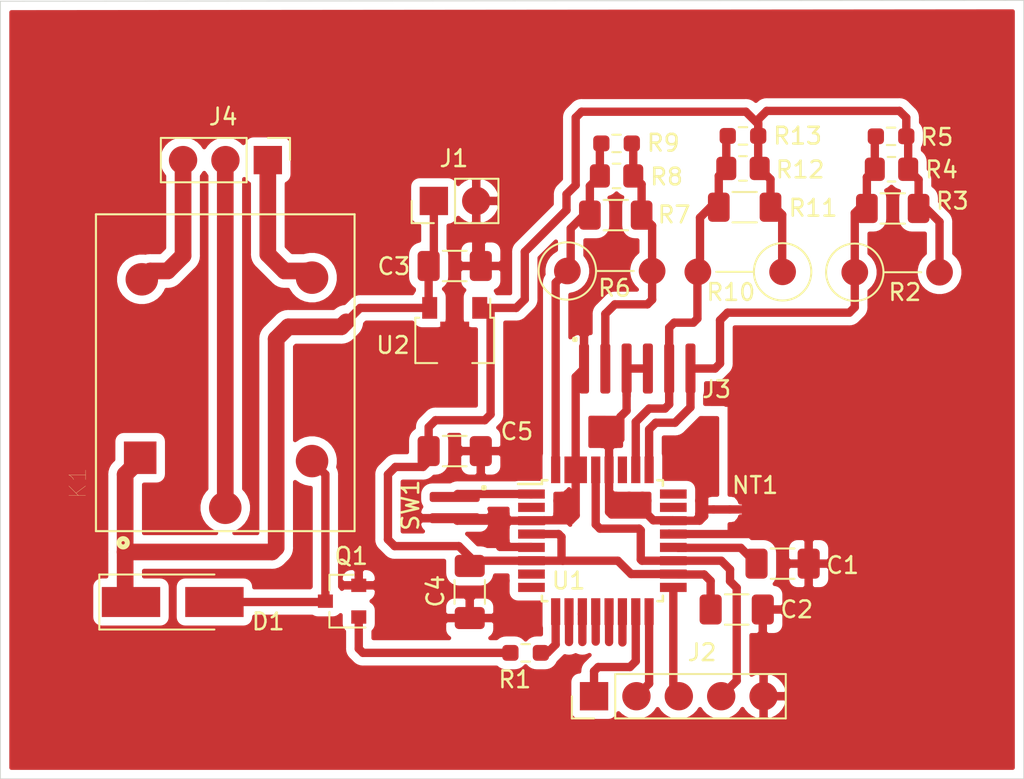
<source format=kicad_pcb>
(kicad_pcb (version 20171130) (host pcbnew 5.1.8)

  (general
    (thickness 1.6)
    (drawings 5)
    (tracks 241)
    (zones 0)
    (modules 29)
    (nets 32)
  )

  (page A4)
  (layers
    (0 F.Cu signal)
    (31 B.Cu signal)
    (32 B.Adhes user)
    (33 F.Adhes user)
    (34 B.Paste user)
    (35 F.Paste user)
    (36 B.SilkS user)
    (37 F.SilkS user)
    (38 B.Mask user)
    (39 F.Mask user)
    (40 Dwgs.User user)
    (41 Cmts.User user)
    (42 Eco1.User user)
    (43 Eco2.User user)
    (44 Edge.Cuts user)
    (45 Margin user)
    (46 B.CrtYd user)
    (47 F.CrtYd user)
    (48 B.Fab user hide)
    (49 F.Fab user hide)
  )

  (setup
    (last_trace_width 0.5)
    (user_trace_width 1)
    (trace_clearance 0.25)
    (zone_clearance 0.508)
    (zone_45_only no)
    (trace_min 0.2)
    (via_size 0.8)
    (via_drill 0.4)
    (via_min_size 0.4)
    (via_min_drill 0.3)
    (uvia_size 0.3)
    (uvia_drill 0.1)
    (uvias_allowed no)
    (uvia_min_size 0.2)
    (uvia_min_drill 0.1)
    (edge_width 0.05)
    (segment_width 0.2)
    (pcb_text_width 0.3)
    (pcb_text_size 1.5 1.5)
    (mod_edge_width 0.12)
    (mod_text_size 1 1)
    (mod_text_width 0.15)
    (pad_size 1.95 1.95)
    (pad_drill 0)
    (pad_to_mask_clearance 0)
    (aux_axis_origin 0 0)
    (visible_elements FFFFFF7F)
    (pcbplotparams
      (layerselection 0x00000_7fffffff)
      (usegerberextensions false)
      (usegerberattributes true)
      (usegerberadvancedattributes true)
      (creategerberjobfile true)
      (excludeedgelayer false)
      (linewidth 0.100000)
      (plotframeref false)
      (viasonmask false)
      (mode 1)
      (useauxorigin false)
      (hpglpennumber 1)
      (hpglpenspeed 20)
      (hpglpendiameter 15.000000)
      (psnegative false)
      (psa4output false)
      (plotreference false)
      (plotvalue false)
      (plotinvisibletext false)
      (padsonsilk true)
      (subtractmaskfromsilk false)
      (outputformat 4)
      (mirror true)
      (drillshape 0)
      (scaleselection 1)
      (outputdirectory ""))
  )

  (net 0 "")
  (net 1 GND)
  (net 2 "Net-(C1-Pad1)")
  (net 3 VCC)
  (net 4 +12V)
  (net 5 "Net-(D1-Pad2)")
  (net 6 /reset)
  (net 7 /sck)
  (net 8 /miso)
  (net 9 /mosi)
  (net 10 /photoTransistor)
  (net 11 GNDA)
  (net 12 /photoResistor)
  (net 13 "Net-(J4-Pad3)")
  (net 14 "Net-(J4-Pad2)")
  (net 15 "Net-(J4-Pad1)")
  (net 16 "Net-(Q1-Pad1)")
  (net 17 /relay)
  (net 18 /irled)
  (net 19 /mcu_button_pin)
  (net 20 "Net-(U1-Pad27)")
  (net 21 "Net-(U1-Pad24)")
  (net 22 "Net-(U1-Pad23)")
  (net 23 "Net-(U1-Pad14)")
  (net 24 "Net-(U1-Pad13)")
  (net 25 "Net-(U1-Pad12)")
  (net 26 "Net-(U1-Pad11)")
  (net 27 "Net-(U1-Pad10)")
  (net 28 "Net-(U1-Pad8)")
  (net 29 "Net-(U1-Pad7)")
  (net 30 "Net-(U1-Pad2)")
  (net 31 /ribbon_led)

  (net_class Default "This is the default net class."
    (clearance 0.25)
    (trace_width 0.5)
    (via_dia 0.8)
    (via_drill 0.4)
    (uvia_dia 0.3)
    (uvia_drill 0.1)
    (add_net +12V)
    (add_net /irled)
    (add_net /mcu_button_pin)
    (add_net /miso)
    (add_net /mosi)
    (add_net /photoResistor)
    (add_net /photoTransistor)
    (add_net /relay)
    (add_net /reset)
    (add_net /ribbon_led)
    (add_net /sck)
    (add_net GND)
    (add_net GNDA)
    (add_net "Net-(C1-Pad1)")
    (add_net "Net-(D1-Pad2)")
    (add_net "Net-(J4-Pad1)")
    (add_net "Net-(J4-Pad2)")
    (add_net "Net-(J4-Pad3)")
    (add_net "Net-(Q1-Pad1)")
    (add_net "Net-(U1-Pad10)")
    (add_net "Net-(U1-Pad11)")
    (add_net "Net-(U1-Pad12)")
    (add_net "Net-(U1-Pad13)")
    (add_net "Net-(U1-Pad14)")
    (add_net "Net-(U1-Pad2)")
    (add_net "Net-(U1-Pad23)")
    (add_net "Net-(U1-Pad24)")
    (add_net "Net-(U1-Pad27)")
    (add_net "Net-(U1-Pad7)")
    (add_net "Net-(U1-Pad8)")
    (add_net VCC)
  )

  (net_class Power ""
    (clearance 0.25)
    (trace_width 1)
    (via_dia 0.8)
    (via_drill 0.4)
    (uvia_dia 0.3)
    (uvia_drill 0.1)
  )

  (module UniX_Generic:Milon-Relay (layer F.Cu) (tedit 5FA171DA) (tstamp 5FA17843)
    (at 131.925 102.675 90)
    (path /5F9D68A7)
    (fp_text reference K1 (at -6.62563 -8.83584 90) (layer F.SilkS)
      (effects (font (size 1.000094 1.000094) (thickness 0.015)))
    )
    (fp_text value Milon-Relay (at 0.995275 8.667695 90) (layer F.Fab)
      (effects (font (size 1.000307 1.000307) (thickness 0.015)))
    )
    (fp_circle (center -10.2 -6.119) (end -10.1 -6.119) (layer F.SilkS) (width 0.3))
    (fp_line (start 9.75 8) (end -9.75 8) (layer F.CrtYd) (width 0.05))
    (fp_line (start 9.75 -8) (end 9.75 8) (layer F.CrtYd) (width 0.05))
    (fp_line (start -9.75 -8) (end 9.75 -8) (layer F.CrtYd) (width 0.05))
    (fp_line (start -9.75 8) (end -9.75 -8) (layer F.CrtYd) (width 0.05))
    (fp_line (start 9.5 7.75) (end -9.5 7.75) (layer F.Fab) (width 0.127))
    (fp_line (start 9.5 -7.75) (end 9.5 7.75) (layer F.Fab) (width 0.127))
    (fp_line (start -9.5 -7.75) (end 9.5 -7.75) (layer F.Fab) (width 0.127))
    (fp_line (start -9.5 7.75) (end -9.5 -7.75) (layer F.Fab) (width 0.127))
    (fp_line (start 9.5 7.75) (end -9.5 7.75) (layer F.SilkS) (width 0.127))
    (fp_line (start 9.5 -7.75) (end 9.5 7.75) (layer F.SilkS) (width 0.127))
    (fp_line (start -9.5 -7.75) (end 9.5 -7.75) (layer F.SilkS) (width 0.127))
    (fp_line (start -9.5 7.75) (end -9.5 -7.75) (layer F.SilkS) (width 0.127))
    (pad NC smd circle (at 5.6 -5 90) (size 1.95 1.95) (layers F.Cu F.Paste F.Mask)
      (net 13 "Net-(J4-Pad3)"))
    (pad NO smd circle (at 5.7 5.2 90) (size 1.95 1.95) (layers F.Cu F.Paste F.Mask)
      (net 15 "Net-(J4-Pad1)"))
    (pad A2 smd circle (at -5.3 5.2 90) (size 1.95 1.95) (layers F.Cu F.Paste F.Mask)
      (net 5 "Net-(D1-Pad2)"))
    (pad COM smd circle (at -8.1 0 90) (size 1.95 1.95) (layers F.Cu F.Paste F.Mask)
      (net 14 "Net-(J4-Pad2)"))
    (pad A1 smd rect (at -5.1 -5.1 90) (size 1.95 1.95) (layers F.Cu F.Paste F.Mask)
      (net 4 +12V))
    (model ${KUSTOM_3D}/Milon-Relay.STEP
      (offset (xyz 0 0 0.5))
      (scale (xyz 1 1 1))
      (rotate (xyz 0 180 180))
    )
  )

  (module Resistor_THT:R_Axial_DIN0309_L9.0mm_D3.2mm_P5.08mm_Vertical (layer F.Cu) (tedit 5FA05F91) (tstamp 5FA12C58)
    (at 165.325 96.625 180)
    (descr "Resistor, Axial_DIN0309 series, Axial, Vertical, pin pitch=5.08mm, 0.5W = 1/2W, length*diameter=9*3.2mm^2, http://cdn-reichelt.de/documents/datenblatt/B400/1_4W%23YAG.pdf")
    (tags "Resistor Axial_DIN0309 series Axial Vertical pin pitch 5.08mm 0.5W = 1/2W length 9mm diameter 3.2mm")
    (path /5FB40692)
    (fp_text reference R10 (at 3.1 -1.225) (layer F.SilkS)
      (effects (font (size 1 1) (thickness 0.15)))
    )
    (fp_text value dip_var (at 2.54 2.72) (layer F.Fab)
      (effects (font (size 1 1) (thickness 0.15)))
    )
    (fp_circle (center 0 0) (end 1.6 0) (layer F.Fab) (width 0.1))
    (fp_circle (center 0 0) (end 1.72 0) (layer F.SilkS) (width 0.12))
    (fp_line (start 0 0) (end 5.08 0) (layer F.Fab) (width 0.1))
    (fp_line (start 1.72 0) (end 3.98 0) (layer F.SilkS) (width 0.12))
    (fp_line (start -1.85 -1.85) (end -1.85 1.85) (layer F.CrtYd) (width 0.05))
    (fp_line (start -1.85 1.85) (end 6.13 1.85) (layer F.CrtYd) (width 0.05))
    (fp_line (start 6.13 1.85) (end 6.13 -1.85) (layer F.CrtYd) (width 0.05))
    (fp_line (start 6.13 -1.85) (end -1.85 -1.85) (layer F.CrtYd) (width 0.05))
    (fp_text user %R (at 2.54 -2.72) (layer F.Fab)
      (effects (font (size 1 1) (thickness 0.15)))
    )
    (pad 2 smd oval (at 5.08 0 180) (size 1.6 1.6) (layers F.Cu F.Paste F.Mask)
      (net 12 /photoResistor))
    (pad 1 smd circle (at 0 0 180) (size 1.6 1.6) (layers F.Cu F.Paste F.Mask)
      (net 3 VCC))
    (model ${KISYS3DMOD}/Resistor_THT.3dshapes/R_Axial_DIN0309_L9.0mm_D3.2mm_P5.08mm_Vertical.wrl
      (at (xyz 0 0 0))
      (scale (xyz 1 1 1))
      (rotate (xyz 0 0 0))
    )
  )

  (module Package_QFP:TQFP-32_7x7mm_P0.8mm (layer F.Cu) (tedit 5A02F146) (tstamp 5FA0446A)
    (at 154.525 112.75)
    (descr "32-Lead Plastic Thin Quad Flatpack (PT) - 7x7x1.0 mm Body, 2.00 mm [TQFP] (see Microchip Packaging Specification 00000049BS.pdf)")
    (tags "QFP 0.8")
    (path /5FC0506D)
    (attr smd)
    (fp_text reference U1 (at -2.025 2.4) (layer F.SilkS)
      (effects (font (size 1 1) (thickness 0.15)))
    )
    (fp_text value ATmega8A-AU (at 0 6.05) (layer F.Fab)
      (effects (font (size 1 1) (thickness 0.15)))
    )
    (fp_line (start -2.5 -3.5) (end 3.5 -3.5) (layer F.Fab) (width 0.15))
    (fp_line (start 3.5 -3.5) (end 3.5 3.5) (layer F.Fab) (width 0.15))
    (fp_line (start 3.5 3.5) (end -3.5 3.5) (layer F.Fab) (width 0.15))
    (fp_line (start -3.5 3.5) (end -3.5 -2.5) (layer F.Fab) (width 0.15))
    (fp_line (start -3.5 -2.5) (end -2.5 -3.5) (layer F.Fab) (width 0.15))
    (fp_line (start -5.3 -5.3) (end -5.3 5.3) (layer F.CrtYd) (width 0.05))
    (fp_line (start 5.3 -5.3) (end 5.3 5.3) (layer F.CrtYd) (width 0.05))
    (fp_line (start -5.3 -5.3) (end 5.3 -5.3) (layer F.CrtYd) (width 0.05))
    (fp_line (start -5.3 5.3) (end 5.3 5.3) (layer F.CrtYd) (width 0.05))
    (fp_line (start -3.625 -3.625) (end -3.625 -3.4) (layer F.SilkS) (width 0.15))
    (fp_line (start 3.625 -3.625) (end 3.625 -3.3) (layer F.SilkS) (width 0.15))
    (fp_line (start 3.625 3.625) (end 3.625 3.3) (layer F.SilkS) (width 0.15))
    (fp_line (start -3.625 3.625) (end -3.625 3.3) (layer F.SilkS) (width 0.15))
    (fp_line (start -3.625 -3.625) (end -3.3 -3.625) (layer F.SilkS) (width 0.15))
    (fp_line (start -3.625 3.625) (end -3.3 3.625) (layer F.SilkS) (width 0.15))
    (fp_line (start 3.625 3.625) (end 3.3 3.625) (layer F.SilkS) (width 0.15))
    (fp_line (start 3.625 -3.625) (end 3.3 -3.625) (layer F.SilkS) (width 0.15))
    (fp_line (start -3.625 -3.4) (end -5.05 -3.4) (layer F.SilkS) (width 0.15))
    (fp_text user %R (at 0 0) (layer F.Fab)
      (effects (font (size 1 1) (thickness 0.15)))
    )
    (pad 32 smd rect (at -2.8 -4.25 90) (size 1.6 0.55) (layers F.Cu F.Paste F.Mask)
      (net 18 /irled))
    (pad 31 smd rect (at -2 -4.25 90) (size 1.6 0.55) (layers F.Cu F.Paste F.Mask)
      (net 1 GND))
    (pad 30 smd rect (at -1.2 -4.25 90) (size 1.6 0.55) (layers F.Cu F.Paste F.Mask)
      (net 1 GND))
    (pad 29 smd rect (at -0.4 -4.25 90) (size 1.6 0.55) (layers F.Cu F.Paste F.Mask)
      (net 6 /reset))
    (pad 28 smd rect (at 0.4 -4.25 90) (size 1.6 0.55) (layers F.Cu F.Paste F.Mask)
      (net 11 GNDA))
    (pad 27 smd rect (at 1.2 -4.25 90) (size 1.6 0.55) (layers F.Cu F.Paste F.Mask)
      (net 20 "Net-(U1-Pad27)"))
    (pad 26 smd rect (at 2 -4.25 90) (size 1.6 0.55) (layers F.Cu F.Paste F.Mask)
      (net 12 /photoResistor))
    (pad 25 smd rect (at 2.8 -4.25 90) (size 1.6 0.55) (layers F.Cu F.Paste F.Mask)
      (net 10 /photoTransistor))
    (pad 24 smd rect (at 4.25 -2.8) (size 1.6 0.55) (layers F.Cu F.Paste F.Mask)
      (net 21 "Net-(U1-Pad24)"))
    (pad 23 smd rect (at 4.25 -2) (size 1.6 0.55) (layers F.Cu F.Paste F.Mask)
      (net 22 "Net-(U1-Pad23)"))
    (pad 22 smd rect (at 4.25 -1.2) (size 1.6 0.55) (layers F.Cu F.Paste F.Mask)
      (net 11 GNDA))
    (pad 21 smd rect (at 4.25 -0.4) (size 1.6 0.55) (layers F.Cu F.Paste F.Mask)
      (net 1 GND))
    (pad 20 smd rect (at 4.25 0.4) (size 1.6 0.55) (layers F.Cu F.Paste F.Mask)
      (net 2 "Net-(C1-Pad1)"))
    (pad 19 smd rect (at 4.25 1.2) (size 1.6 0.55) (layers F.Cu F.Paste F.Mask)
      (net 6 /reset))
    (pad 18 smd rect (at 4.25 2) (size 1.6 0.55) (layers F.Cu F.Paste F.Mask)
      (net 3 VCC))
    (pad 17 smd rect (at 4.25 2.8) (size 1.6 0.55) (layers F.Cu F.Paste F.Mask)
      (net 7 /sck))
    (pad 16 smd rect (at 2.8 4.25 90) (size 1.6 0.55) (layers F.Cu F.Paste F.Mask)
      (net 8 /miso))
    (pad 15 smd rect (at 2 4.25 90) (size 1.6 0.55) (layers F.Cu F.Paste F.Mask)
      (net 9 /mosi))
    (pad 14 smd rect (at 1.2 4.25 90) (size 1.6 0.55) (layers F.Cu F.Paste F.Mask)
      (net 23 "Net-(U1-Pad14)"))
    (pad 13 smd rect (at 0.4 4.25 90) (size 1.6 0.55) (layers F.Cu F.Paste F.Mask)
      (net 24 "Net-(U1-Pad13)"))
    (pad 12 smd rect (at -0.4 4.25 90) (size 1.6 0.55) (layers F.Cu F.Paste F.Mask)
      (net 25 "Net-(U1-Pad12)"))
    (pad 11 smd rect (at -1.2 4.25 90) (size 1.6 0.55) (layers F.Cu F.Paste F.Mask)
      (net 26 "Net-(U1-Pad11)"))
    (pad 10 smd rect (at -2 4.25 90) (size 1.6 0.55) (layers F.Cu F.Paste F.Mask)
      (net 27 "Net-(U1-Pad10)"))
    (pad 9 smd rect (at -2.8 4.25 90) (size 1.6 0.55) (layers F.Cu F.Paste F.Mask)
      (net 17 /relay))
    (pad 8 smd rect (at -4.25 2.8) (size 1.6 0.55) (layers F.Cu F.Paste F.Mask)
      (net 28 "Net-(U1-Pad8)"))
    (pad 7 smd rect (at -4.25 2) (size 1.6 0.55) (layers F.Cu F.Paste F.Mask)
      (net 29 "Net-(U1-Pad7)"))
    (pad 6 smd rect (at -4.25 1.2) (size 1.6 0.55) (layers F.Cu F.Paste F.Mask)
      (net 3 VCC))
    (pad 5 smd rect (at -4.25 0.4) (size 1.6 0.55) (layers F.Cu F.Paste F.Mask)
      (net 1 GND))
    (pad 4 smd rect (at -4.25 -0.4) (size 1.6 0.55) (layers F.Cu F.Paste F.Mask)
      (net 3 VCC))
    (pad 3 smd rect (at -4.25 -1.2) (size 1.6 0.55) (layers F.Cu F.Paste F.Mask)
      (net 1 GND))
    (pad 2 smd rect (at -4.25 -2) (size 1.6 0.55) (layers F.Cu F.Paste F.Mask)
      (net 30 "Net-(U1-Pad2)"))
    (pad 1 smd rect (at -4.25 -2.8) (size 1.6 0.55) (layers F.Cu F.Paste F.Mask)
      (net 19 /mcu_button_pin))
    (model ${KISYS3DMOD}/Package_QFP.3dshapes/TQFP-32_7x7mm_P0.8mm.wrl
      (at (xyz 0 0 0))
      (scale (xyz 1 1 1))
      (rotate (xyz 0 0 0))
    )
  )

  (module Package_TO_SOT_SMD:SOT-89-3 (layer F.Cu) (tedit 5C33D6E8) (tstamp 5FA04482)
    (at 145.675 100.4375 270)
    (descr "SOT-89-3, http://ww1.microchip.com/downloads/en/DeviceDoc/3L_SOT-89_MB_C04-029C.pdf")
    (tags SOT-89-3)
    (path /5FAE9A1F)
    (attr smd)
    (fp_text reference U2 (at 0.5875 3.7 180) (layer F.SilkS)
      (effects (font (size 1 1) (thickness 0.15)))
    )
    (fp_text value L78L05_SOT89 (at 0.3 3.5 90) (layer F.Fab)
      (effects (font (size 1 1) (thickness 0.15)))
    )
    (fp_line (start 1.66 1.05) (end 1.66 2.36) (layer F.SilkS) (width 0.12))
    (fp_line (start 1.66 2.36) (end -1.06 2.36) (layer F.SilkS) (width 0.12))
    (fp_line (start -2.2 -2.13) (end -1.06 -2.13) (layer F.SilkS) (width 0.12))
    (fp_line (start 1.66 -2.36) (end 1.66 -1.05) (layer F.SilkS) (width 0.12))
    (fp_line (start -0.95 -1.25) (end 0.05 -2.25) (layer F.Fab) (width 0.1))
    (fp_line (start 1.55 -2.25) (end 1.55 2.25) (layer F.Fab) (width 0.1))
    (fp_line (start 1.55 2.25) (end -0.95 2.25) (layer F.Fab) (width 0.1))
    (fp_line (start -0.95 2.25) (end -0.95 -1.25) (layer F.Fab) (width 0.1))
    (fp_line (start 0.05 -2.25) (end 1.55 -2.25) (layer F.Fab) (width 0.1))
    (fp_line (start 2.55 -2.5) (end 2.55 2.5) (layer F.CrtYd) (width 0.05))
    (fp_line (start 2.55 -2.5) (end -2.55 -2.5) (layer F.CrtYd) (width 0.05))
    (fp_line (start -2.55 2.5) (end 2.55 2.5) (layer F.CrtYd) (width 0.05))
    (fp_line (start -2.55 2.5) (end -2.55 -2.5) (layer F.CrtYd) (width 0.05))
    (fp_line (start -1.06 -2.36) (end 1.66 -2.36) (layer F.SilkS) (width 0.12))
    (fp_line (start -1.06 -2.36) (end -1.06 -2.13) (layer F.SilkS) (width 0.12))
    (fp_line (start -1.06 2.36) (end -1.06 2.13) (layer F.SilkS) (width 0.12))
    (fp_text user %R (at 0.5 0) (layer F.Fab)
      (effects (font (size 1 1) (thickness 0.15)))
    )
    (pad 2 smd custom (at -1.5625 0 270) (size 1.475 0.9) (layers F.Cu F.Paste F.Mask)
      (net 1 GND) (zone_connect 2)
      (options (clearance outline) (anchor rect))
      (primitives
        (gr_poly (pts
           (xy 0.7375 -0.8665) (xy 3.8625 -0.8665) (xy 3.8625 0.8665) (xy 0.7375 0.8665)) (width 0))
      ))
    (pad 3 smd rect (at -1.65 1.5 270) (size 1.3 0.9) (layers F.Cu F.Paste F.Mask)
      (net 4 +12V))
    (pad 1 smd rect (at -1.65 -1.5 270) (size 1.3 0.9) (layers F.Cu F.Paste F.Mask)
      (net 3 VCC))
    (model ${KISYS3DMOD}/Package_TO_SOT_SMD.3dshapes/SOT-89-3.wrl
      (at (xyz 0 0 0))
      (scale (xyz 1 1 1))
      (rotate (xyz 0 0 0))
    )
  )

  (module Ribbon_Cable:Ribbon_2 (layer F.Cu) (tedit 5F117E5C) (tstamp 5FA04433)
    (at 145.675 110.125 270)
    (path /5FA0A470)
    (fp_text reference SW1 (at 0.5 2.65 90) (layer F.SilkS)
      (effects (font (size 1 1) (thickness 0.15)))
    )
    (fp_text value SW_Push (at 2.95 -2.87 90) (layer F.Fab)
      (effects (font (size 1 1) (thickness 0.15)))
    )
    (fp_poly (pts (xy -0.555 -1.78) (xy -0.49 -1.81) (xy -0.49 -1.69) (xy -0.61 -1.69)
      (xy -0.61 -1.81) (xy -0.5 -1.81)) (layer F.SilkS) (width 0.2))
    (pad 2 smd roundrect (at 1.275642 0 270) (size 0.6 3) (layers F.Cu F.Paste F.Mask) (roundrect_rratio 0.25)
      (net 1 GND))
    (pad 1 smd roundrect (at 0 0 270) (size 0.6 3) (layers F.Cu F.Paste F.Mask) (roundrect_rratio 0.25)
      (net 19 /mcu_button_pin))
  )

  (module Resistor_SMD:R_0603_1608Metric_Pad0.98x0.95mm_HandSolder (layer F.Cu) (tedit 5F68FEEE) (tstamp 5FA0442C)
    (at 162.95 88.475 180)
    (descr "Resistor SMD 0603 (1608 Metric), square (rectangular) end terminal, IPC_7351 nominal with elongated pad for handsoldering. (Body size source: IPC-SM-782 page 72, https://www.pcb-3d.com/wordpress/wp-content/uploads/ipc-sm-782a_amendment_1_and_2.pdf), generated with kicad-footprint-generator")
    (tags "resistor handsolder")
    (path /5FB415BF)
    (attr smd)
    (fp_text reference R13 (at -3.275 0) (layer F.SilkS)
      (effects (font (size 1 1) (thickness 0.15)))
    )
    (fp_text value 0603_var (at 0 1.43) (layer F.Fab)
      (effects (font (size 1 1) (thickness 0.15)))
    )
    (fp_line (start -0.8 0.4125) (end -0.8 -0.4125) (layer F.Fab) (width 0.1))
    (fp_line (start -0.8 -0.4125) (end 0.8 -0.4125) (layer F.Fab) (width 0.1))
    (fp_line (start 0.8 -0.4125) (end 0.8 0.4125) (layer F.Fab) (width 0.1))
    (fp_line (start 0.8 0.4125) (end -0.8 0.4125) (layer F.Fab) (width 0.1))
    (fp_line (start -0.254724 -0.5225) (end 0.254724 -0.5225) (layer F.SilkS) (width 0.12))
    (fp_line (start -0.254724 0.5225) (end 0.254724 0.5225) (layer F.SilkS) (width 0.12))
    (fp_line (start -1.65 0.73) (end -1.65 -0.73) (layer F.CrtYd) (width 0.05))
    (fp_line (start -1.65 -0.73) (end 1.65 -0.73) (layer F.CrtYd) (width 0.05))
    (fp_line (start 1.65 -0.73) (end 1.65 0.73) (layer F.CrtYd) (width 0.05))
    (fp_line (start 1.65 0.73) (end -1.65 0.73) (layer F.CrtYd) (width 0.05))
    (fp_text user %R (at 0 0) (layer F.Fab)
      (effects (font (size 0.4 0.4) (thickness 0.06)))
    )
    (pad 2 smd roundrect (at 0.9125 0 180) (size 0.975 0.95) (layers F.Cu F.Paste F.Mask) (roundrect_rratio 0.25)
      (net 12 /photoResistor))
    (pad 1 smd roundrect (at -0.9125 0 180) (size 0.975 0.95) (layers F.Cu F.Paste F.Mask) (roundrect_rratio 0.25)
      (net 3 VCC))
    (model ${KISYS3DMOD}/Resistor_SMD.3dshapes/R_0603_1608Metric.wrl
      (at (xyz 0 0 0))
      (scale (xyz 1 1 1))
      (rotate (xyz 0 0 0))
    )
  )

  (module Resistor_SMD:R_0805_2012Metric_Pad1.20x1.40mm_HandSolder (layer F.Cu) (tedit 5F68FEEE) (tstamp 5FA0441B)
    (at 162.95 90.425 180)
    (descr "Resistor SMD 0805 (2012 Metric), square (rectangular) end terminal, IPC_7351 nominal with elongated pad for handsoldering. (Body size source: IPC-SM-782 page 72, https://www.pcb-3d.com/wordpress/wp-content/uploads/ipc-sm-782a_amendment_1_and_2.pdf), generated with kicad-footprint-generator")
    (tags "resistor handsolder")
    (path /5FB4119A)
    (attr smd)
    (fp_text reference R12 (at -3.425 -0.075) (layer F.SilkS)
      (effects (font (size 1 1) (thickness 0.15)))
    )
    (fp_text value 0805_var (at 0 1.65) (layer F.Fab)
      (effects (font (size 1 1) (thickness 0.15)))
    )
    (fp_line (start -1 0.625) (end -1 -0.625) (layer F.Fab) (width 0.1))
    (fp_line (start -1 -0.625) (end 1 -0.625) (layer F.Fab) (width 0.1))
    (fp_line (start 1 -0.625) (end 1 0.625) (layer F.Fab) (width 0.1))
    (fp_line (start 1 0.625) (end -1 0.625) (layer F.Fab) (width 0.1))
    (fp_line (start -0.227064 -0.735) (end 0.227064 -0.735) (layer F.SilkS) (width 0.12))
    (fp_line (start -0.227064 0.735) (end 0.227064 0.735) (layer F.SilkS) (width 0.12))
    (fp_line (start -1.85 0.95) (end -1.85 -0.95) (layer F.CrtYd) (width 0.05))
    (fp_line (start -1.85 -0.95) (end 1.85 -0.95) (layer F.CrtYd) (width 0.05))
    (fp_line (start 1.85 -0.95) (end 1.85 0.95) (layer F.CrtYd) (width 0.05))
    (fp_line (start 1.85 0.95) (end -1.85 0.95) (layer F.CrtYd) (width 0.05))
    (fp_text user %R (at 0 0) (layer F.Fab)
      (effects (font (size 0.5 0.5) (thickness 0.08)))
    )
    (pad 2 smd roundrect (at 1 0 180) (size 1.2 1.4) (layers F.Cu F.Paste F.Mask) (roundrect_rratio 0.2083325)
      (net 12 /photoResistor))
    (pad 1 smd roundrect (at -1 0 180) (size 1.2 1.4) (layers F.Cu F.Paste F.Mask) (roundrect_rratio 0.2083325)
      (net 3 VCC))
    (model ${KISYS3DMOD}/Resistor_SMD.3dshapes/R_0805_2012Metric.wrl
      (at (xyz 0 0 0))
      (scale (xyz 1 1 1))
      (rotate (xyz 0 0 0))
    )
  )

  (module Resistor_SMD:R_1206_3216Metric_Pad1.30x1.75mm_HandSolder (layer F.Cu) (tedit 5F68FEEE) (tstamp 5FA0440A)
    (at 163.05 92.75 180)
    (descr "Resistor SMD 1206 (3216 Metric), square (rectangular) end terminal, IPC_7351 nominal with elongated pad for handsoldering. (Body size source: IPC-SM-782 page 72, https://www.pcb-3d.com/wordpress/wp-content/uploads/ipc-sm-782a_amendment_1_and_2.pdf), generated with kicad-footprint-generator")
    (tags "resistor handsolder")
    (path /5FB40CCD)
    (attr smd)
    (fp_text reference R11 (at -4.1 -0.05) (layer F.SilkS)
      (effects (font (size 1 1) (thickness 0.15)))
    )
    (fp_text value 1206_var (at 0 1.82) (layer F.Fab)
      (effects (font (size 1 1) (thickness 0.15)))
    )
    (fp_line (start -1.6 0.8) (end -1.6 -0.8) (layer F.Fab) (width 0.1))
    (fp_line (start -1.6 -0.8) (end 1.6 -0.8) (layer F.Fab) (width 0.1))
    (fp_line (start 1.6 -0.8) (end 1.6 0.8) (layer F.Fab) (width 0.1))
    (fp_line (start 1.6 0.8) (end -1.6 0.8) (layer F.Fab) (width 0.1))
    (fp_line (start -0.727064 -0.91) (end 0.727064 -0.91) (layer F.SilkS) (width 0.12))
    (fp_line (start -0.727064 0.91) (end 0.727064 0.91) (layer F.SilkS) (width 0.12))
    (fp_line (start -2.45 1.12) (end -2.45 -1.12) (layer F.CrtYd) (width 0.05))
    (fp_line (start -2.45 -1.12) (end 2.45 -1.12) (layer F.CrtYd) (width 0.05))
    (fp_line (start 2.45 -1.12) (end 2.45 1.12) (layer F.CrtYd) (width 0.05))
    (fp_line (start 2.45 1.12) (end -2.45 1.12) (layer F.CrtYd) (width 0.05))
    (fp_text user %R (at 0 0) (layer F.Fab)
      (effects (font (size 0.8 0.8) (thickness 0.12)))
    )
    (pad 2 smd roundrect (at 1.55 0 180) (size 1.3 1.75) (layers F.Cu F.Paste F.Mask) (roundrect_rratio 0.1923069230769231)
      (net 12 /photoResistor))
    (pad 1 smd roundrect (at -1.55 0 180) (size 1.3 1.75) (layers F.Cu F.Paste F.Mask) (roundrect_rratio 0.1923069230769231)
      (net 3 VCC))
    (model ${KISYS3DMOD}/Resistor_SMD.3dshapes/R_1206_3216Metric.wrl
      (at (xyz 0 0 0))
      (scale (xyz 1 1 1))
      (rotate (xyz 0 0 0))
    )
  )

  (module Resistor_SMD:R_0603_1608Metric_Pad0.98x0.95mm_HandSolder (layer F.Cu) (tedit 5F68FEEE) (tstamp 5FA043EA)
    (at 155.375 88.925)
    (descr "Resistor SMD 0603 (1608 Metric), square (rectangular) end terminal, IPC_7351 nominal with elongated pad for handsoldering. (Body size source: IPC-SM-782 page 72, https://www.pcb-3d.com/wordpress/wp-content/uploads/ipc-sm-782a_amendment_1_and_2.pdf), generated with kicad-footprint-generator")
    (tags "resistor handsolder")
    (path /5FB3FF04)
    (attr smd)
    (fp_text reference R9 (at 2.8 -0.025) (layer F.SilkS)
      (effects (font (size 1 1) (thickness 0.15)))
    )
    (fp_text value 0603_var (at 0 1.43) (layer F.Fab)
      (effects (font (size 1 1) (thickness 0.15)))
    )
    (fp_line (start -0.8 0.4125) (end -0.8 -0.4125) (layer F.Fab) (width 0.1))
    (fp_line (start -0.8 -0.4125) (end 0.8 -0.4125) (layer F.Fab) (width 0.1))
    (fp_line (start 0.8 -0.4125) (end 0.8 0.4125) (layer F.Fab) (width 0.1))
    (fp_line (start 0.8 0.4125) (end -0.8 0.4125) (layer F.Fab) (width 0.1))
    (fp_line (start -0.254724 -0.5225) (end 0.254724 -0.5225) (layer F.SilkS) (width 0.12))
    (fp_line (start -0.254724 0.5225) (end 0.254724 0.5225) (layer F.SilkS) (width 0.12))
    (fp_line (start -1.65 0.73) (end -1.65 -0.73) (layer F.CrtYd) (width 0.05))
    (fp_line (start -1.65 -0.73) (end 1.65 -0.73) (layer F.CrtYd) (width 0.05))
    (fp_line (start 1.65 -0.73) (end 1.65 0.73) (layer F.CrtYd) (width 0.05))
    (fp_line (start 1.65 0.73) (end -1.65 0.73) (layer F.CrtYd) (width 0.05))
    (fp_text user %R (at 0 0) (layer F.Fab)
      (effects (font (size 0.4 0.4) (thickness 0.06)))
    )
    (pad 2 smd roundrect (at 0.9125 0) (size 0.975 0.95) (layers F.Cu F.Paste F.Mask) (roundrect_rratio 0.25)
      (net 31 /ribbon_led))
    (pad 1 smd roundrect (at -0.9125 0) (size 0.975 0.95) (layers F.Cu F.Paste F.Mask) (roundrect_rratio 0.25)
      (net 18 /irled))
    (model ${KISYS3DMOD}/Resistor_SMD.3dshapes/R_0603_1608Metric.wrl
      (at (xyz 0 0 0))
      (scale (xyz 1 1 1))
      (rotate (xyz 0 0 0))
    )
  )

  (module Resistor_SMD:R_0805_2012Metric_Pad1.20x1.40mm_HandSolder (layer F.Cu) (tedit 5F68FEEE) (tstamp 5FA043D9)
    (at 155.375 90.875)
    (descr "Resistor SMD 0805 (2012 Metric), square (rectangular) end terminal, IPC_7351 nominal with elongated pad for handsoldering. (Body size source: IPC-SM-782 page 72, https://www.pcb-3d.com/wordpress/wp-content/uploads/ipc-sm-782a_amendment_1_and_2.pdf), generated with kicad-footprint-generator")
    (tags "resistor handsolder")
    (path /5FB3FB61)
    (attr smd)
    (fp_text reference R8 (at 3 0.05) (layer F.SilkS)
      (effects (font (size 1 1) (thickness 0.15)))
    )
    (fp_text value 0805_var (at 0 1.65) (layer F.Fab)
      (effects (font (size 1 1) (thickness 0.15)))
    )
    (fp_line (start -1 0.625) (end -1 -0.625) (layer F.Fab) (width 0.1))
    (fp_line (start -1 -0.625) (end 1 -0.625) (layer F.Fab) (width 0.1))
    (fp_line (start 1 -0.625) (end 1 0.625) (layer F.Fab) (width 0.1))
    (fp_line (start 1 0.625) (end -1 0.625) (layer F.Fab) (width 0.1))
    (fp_line (start -0.227064 -0.735) (end 0.227064 -0.735) (layer F.SilkS) (width 0.12))
    (fp_line (start -0.227064 0.735) (end 0.227064 0.735) (layer F.SilkS) (width 0.12))
    (fp_line (start -1.85 0.95) (end -1.85 -0.95) (layer F.CrtYd) (width 0.05))
    (fp_line (start -1.85 -0.95) (end 1.85 -0.95) (layer F.CrtYd) (width 0.05))
    (fp_line (start 1.85 -0.95) (end 1.85 0.95) (layer F.CrtYd) (width 0.05))
    (fp_line (start 1.85 0.95) (end -1.85 0.95) (layer F.CrtYd) (width 0.05))
    (fp_text user %R (at 0 0) (layer F.Fab)
      (effects (font (size 0.5 0.5) (thickness 0.08)))
    )
    (pad 2 smd roundrect (at 1 0) (size 1.2 1.4) (layers F.Cu F.Paste F.Mask) (roundrect_rratio 0.2083325)
      (net 31 /ribbon_led))
    (pad 1 smd roundrect (at -1 0) (size 1.2 1.4) (layers F.Cu F.Paste F.Mask) (roundrect_rratio 0.2083325)
      (net 18 /irled))
    (model ${KISYS3DMOD}/Resistor_SMD.3dshapes/R_0805_2012Metric.wrl
      (at (xyz 0 0 0))
      (scale (xyz 1 1 1))
      (rotate (xyz 0 0 0))
    )
  )

  (module Resistor_SMD:R_1206_3216Metric_Pad1.30x1.75mm_HandSolder (layer F.Cu) (tedit 5F68FEEE) (tstamp 5FA043C8)
    (at 155.325 93.225)
    (descr "Resistor SMD 1206 (3216 Metric), square (rectangular) end terminal, IPC_7351 nominal with elongated pad for handsoldering. (Body size source: IPC-SM-782 page 72, https://www.pcb-3d.com/wordpress/wp-content/uploads/ipc-sm-782a_amendment_1_and_2.pdf), generated with kicad-footprint-generator")
    (tags "resistor handsolder")
    (path /5FB3F801)
    (attr smd)
    (fp_text reference R7 (at 3.5 -0.025) (layer F.SilkS)
      (effects (font (size 1 1) (thickness 0.15)))
    )
    (fp_text value 1206_var (at 0 1.82) (layer F.Fab)
      (effects (font (size 1 1) (thickness 0.15)))
    )
    (fp_line (start -1.6 0.8) (end -1.6 -0.8) (layer F.Fab) (width 0.1))
    (fp_line (start -1.6 -0.8) (end 1.6 -0.8) (layer F.Fab) (width 0.1))
    (fp_line (start 1.6 -0.8) (end 1.6 0.8) (layer F.Fab) (width 0.1))
    (fp_line (start 1.6 0.8) (end -1.6 0.8) (layer F.Fab) (width 0.1))
    (fp_line (start -0.727064 -0.91) (end 0.727064 -0.91) (layer F.SilkS) (width 0.12))
    (fp_line (start -0.727064 0.91) (end 0.727064 0.91) (layer F.SilkS) (width 0.12))
    (fp_line (start -2.45 1.12) (end -2.45 -1.12) (layer F.CrtYd) (width 0.05))
    (fp_line (start -2.45 -1.12) (end 2.45 -1.12) (layer F.CrtYd) (width 0.05))
    (fp_line (start 2.45 -1.12) (end 2.45 1.12) (layer F.CrtYd) (width 0.05))
    (fp_line (start 2.45 1.12) (end -2.45 1.12) (layer F.CrtYd) (width 0.05))
    (fp_text user %R (at 0 0) (layer F.Fab)
      (effects (font (size 0.8 0.8) (thickness 0.12)))
    )
    (pad 2 smd roundrect (at 1.55 0) (size 1.3 1.75) (layers F.Cu F.Paste F.Mask) (roundrect_rratio 0.1923069230769231)
      (net 31 /ribbon_led))
    (pad 1 smd roundrect (at -1.55 0) (size 1.3 1.75) (layers F.Cu F.Paste F.Mask) (roundrect_rratio 0.1923069230769231)
      (net 18 /irled))
    (model ${KISYS3DMOD}/Resistor_SMD.3dshapes/R_1206_3216Metric.wrl
      (at (xyz 0 0 0))
      (scale (xyz 1 1 1))
      (rotate (xyz 0 0 0))
    )
  )

  (module Resistor_THT:R_Axial_DIN0309_L9.0mm_D3.2mm_P5.08mm_Vertical (layer F.Cu) (tedit 5FA05E77) (tstamp 5FA043B7)
    (at 152.425 96.575)
    (descr "Resistor, Axial_DIN0309 series, Axial, Vertical, pin pitch=5.08mm, 0.5W = 1/2W, length*diameter=9*3.2mm^2, http://cdn-reichelt.de/documents/datenblatt/B400/1_4W%23YAG.pdf")
    (tags "Resistor Axial_DIN0309 series Axial Vertical pin pitch 5.08mm 0.5W = 1/2W length 9mm diameter 3.2mm")
    (path /5FB3F39B)
    (fp_text reference R6 (at 2.825 1.025) (layer F.SilkS)
      (effects (font (size 1 1) (thickness 0.15)))
    )
    (fp_text value dip_var (at 2.54 2.72) (layer F.Fab)
      (effects (font (size 1 1) (thickness 0.15)))
    )
    (fp_circle (center 0 0) (end 1.6 0) (layer F.Fab) (width 0.1))
    (fp_circle (center 0 0) (end 1.72 0) (layer F.SilkS) (width 0.12))
    (fp_line (start 0 0) (end 5.08 0) (layer F.Fab) (width 0.1))
    (fp_line (start 1.72 0) (end 3.98 0) (layer F.SilkS) (width 0.12))
    (fp_line (start -1.85 -1.85) (end -1.85 1.85) (layer F.CrtYd) (width 0.05))
    (fp_line (start -1.85 1.85) (end 6.13 1.85) (layer F.CrtYd) (width 0.05))
    (fp_line (start 6.13 1.85) (end 6.13 -1.85) (layer F.CrtYd) (width 0.05))
    (fp_line (start 6.13 -1.85) (end -1.85 -1.85) (layer F.CrtYd) (width 0.05))
    (fp_text user %R (at 2.54 -2.72) (layer F.Fab)
      (effects (font (size 1 1) (thickness 0.15)))
    )
    (pad 2 smd oval (at 5.08 0) (size 1.6 1.6) (layers F.Cu F.Paste F.Mask)
      (net 31 /ribbon_led))
    (pad 1 smd circle (at 0 0) (size 1.6 1.6) (layers F.Cu F.Paste F.Mask)
      (net 18 /irled))
    (model ${KISYS3DMOD}/Resistor_THT.3dshapes/R_Axial_DIN0309_L9.0mm_D3.2mm_P5.08mm_Vertical.wrl
      (at (xyz 0 0 0))
      (scale (xyz 1 1 1))
      (rotate (xyz 0 0 0))
    )
  )

  (module Resistor_SMD:R_0603_1608Metric_Pad0.98x0.95mm_HandSolder (layer F.Cu) (tedit 5F68FEEE) (tstamp 5FA043A8)
    (at 171.825 88.5)
    (descr "Resistor SMD 0603 (1608 Metric), square (rectangular) end terminal, IPC_7351 nominal with elongated pad for handsoldering. (Body size source: IPC-SM-782 page 72, https://www.pcb-3d.com/wordpress/wp-content/uploads/ipc-sm-782a_amendment_1_and_2.pdf), generated with kicad-footprint-generator")
    (tags "resistor handsolder")
    (path /5FAD1993)
    (attr smd)
    (fp_text reference R5 (at 2.75 0.05) (layer F.SilkS)
      (effects (font (size 1 1) (thickness 0.15)))
    )
    (fp_text value 0603_var (at 0 1.43) (layer F.Fab)
      (effects (font (size 1 1) (thickness 0.15)))
    )
    (fp_line (start -0.8 0.4125) (end -0.8 -0.4125) (layer F.Fab) (width 0.1))
    (fp_line (start -0.8 -0.4125) (end 0.8 -0.4125) (layer F.Fab) (width 0.1))
    (fp_line (start 0.8 -0.4125) (end 0.8 0.4125) (layer F.Fab) (width 0.1))
    (fp_line (start 0.8 0.4125) (end -0.8 0.4125) (layer F.Fab) (width 0.1))
    (fp_line (start -0.254724 -0.5225) (end 0.254724 -0.5225) (layer F.SilkS) (width 0.12))
    (fp_line (start -0.254724 0.5225) (end 0.254724 0.5225) (layer F.SilkS) (width 0.12))
    (fp_line (start -1.65 0.73) (end -1.65 -0.73) (layer F.CrtYd) (width 0.05))
    (fp_line (start -1.65 -0.73) (end 1.65 -0.73) (layer F.CrtYd) (width 0.05))
    (fp_line (start 1.65 -0.73) (end 1.65 0.73) (layer F.CrtYd) (width 0.05))
    (fp_line (start 1.65 0.73) (end -1.65 0.73) (layer F.CrtYd) (width 0.05))
    (fp_text user %R (at 0 0) (layer F.Fab)
      (effects (font (size 0.4 0.4) (thickness 0.06)))
    )
    (pad 2 smd roundrect (at 0.9125 0) (size 0.975 0.95) (layers F.Cu F.Paste F.Mask) (roundrect_rratio 0.25)
      (net 3 VCC))
    (pad 1 smd roundrect (at -0.9125 0) (size 0.975 0.95) (layers F.Cu F.Paste F.Mask) (roundrect_rratio 0.25)
      (net 10 /photoTransistor))
    (model ${KISYS3DMOD}/Resistor_SMD.3dshapes/R_0603_1608Metric.wrl
      (at (xyz 0 0 0))
      (scale (xyz 1 1 1))
      (rotate (xyz 0 0 0))
    )
  )

  (module Resistor_SMD:R_0805_2012Metric_Pad1.20x1.40mm_HandSolder (layer F.Cu) (tedit 5F68FEEE) (tstamp 5FA04397)
    (at 171.85 90.475)
    (descr "Resistor SMD 0805 (2012 Metric), square (rectangular) end terminal, IPC_7351 nominal with elongated pad for handsoldering. (Body size source: IPC-SM-782 page 72, https://www.pcb-3d.com/wordpress/wp-content/uploads/ipc-sm-782a_amendment_1_and_2.pdf), generated with kicad-footprint-generator")
    (tags "resistor handsolder")
    (path /5FAD1987)
    (attr smd)
    (fp_text reference R4 (at 3 0.025) (layer F.SilkS)
      (effects (font (size 1 1) (thickness 0.15)))
    )
    (fp_text value 0805_var (at 0 1.65) (layer F.Fab)
      (effects (font (size 1 1) (thickness 0.15)))
    )
    (fp_line (start -1 0.625) (end -1 -0.625) (layer F.Fab) (width 0.1))
    (fp_line (start -1 -0.625) (end 1 -0.625) (layer F.Fab) (width 0.1))
    (fp_line (start 1 -0.625) (end 1 0.625) (layer F.Fab) (width 0.1))
    (fp_line (start 1 0.625) (end -1 0.625) (layer F.Fab) (width 0.1))
    (fp_line (start -0.227064 -0.735) (end 0.227064 -0.735) (layer F.SilkS) (width 0.12))
    (fp_line (start -0.227064 0.735) (end 0.227064 0.735) (layer F.SilkS) (width 0.12))
    (fp_line (start -1.85 0.95) (end -1.85 -0.95) (layer F.CrtYd) (width 0.05))
    (fp_line (start -1.85 -0.95) (end 1.85 -0.95) (layer F.CrtYd) (width 0.05))
    (fp_line (start 1.85 -0.95) (end 1.85 0.95) (layer F.CrtYd) (width 0.05))
    (fp_line (start 1.85 0.95) (end -1.85 0.95) (layer F.CrtYd) (width 0.05))
    (fp_text user %R (at 0 0) (layer F.Fab)
      (effects (font (size 0.5 0.5) (thickness 0.08)))
    )
    (pad 2 smd roundrect (at 1 0) (size 1.2 1.4) (layers F.Cu F.Paste F.Mask) (roundrect_rratio 0.2083325)
      (net 3 VCC))
    (pad 1 smd roundrect (at -1 0) (size 1.2 1.4) (layers F.Cu F.Paste F.Mask) (roundrect_rratio 0.2083325)
      (net 10 /photoTransistor))
    (model ${KISYS3DMOD}/Resistor_SMD.3dshapes/R_0805_2012Metric.wrl
      (at (xyz 0 0 0))
      (scale (xyz 1 1 1))
      (rotate (xyz 0 0 0))
    )
  )

  (module Resistor_SMD:R_1206_3216Metric_Pad1.30x1.75mm_HandSolder (layer F.Cu) (tedit 5F68FEEE) (tstamp 5FA04386)
    (at 171.925 92.825)
    (descr "Resistor SMD 1206 (3216 Metric), square (rectangular) end terminal, IPC_7351 nominal with elongated pad for handsoldering. (Body size source: IPC-SM-782 page 72, https://www.pcb-3d.com/wordpress/wp-content/uploads/ipc-sm-782a_amendment_1_and_2.pdf), generated with kicad-footprint-generator")
    (tags "resistor handsolder")
    (path /5FAD1976)
    (attr smd)
    (fp_text reference R3 (at 3.575 -0.45) (layer F.SilkS)
      (effects (font (size 1 1) (thickness 0.15)))
    )
    (fp_text value 1206_var (at 0 1.82) (layer F.Fab)
      (effects (font (size 1 1) (thickness 0.15)))
    )
    (fp_line (start -1.6 0.8) (end -1.6 -0.8) (layer F.Fab) (width 0.1))
    (fp_line (start -1.6 -0.8) (end 1.6 -0.8) (layer F.Fab) (width 0.1))
    (fp_line (start 1.6 -0.8) (end 1.6 0.8) (layer F.Fab) (width 0.1))
    (fp_line (start 1.6 0.8) (end -1.6 0.8) (layer F.Fab) (width 0.1))
    (fp_line (start -0.727064 -0.91) (end 0.727064 -0.91) (layer F.SilkS) (width 0.12))
    (fp_line (start -0.727064 0.91) (end 0.727064 0.91) (layer F.SilkS) (width 0.12))
    (fp_line (start -2.45 1.12) (end -2.45 -1.12) (layer F.CrtYd) (width 0.05))
    (fp_line (start -2.45 -1.12) (end 2.45 -1.12) (layer F.CrtYd) (width 0.05))
    (fp_line (start 2.45 -1.12) (end 2.45 1.12) (layer F.CrtYd) (width 0.05))
    (fp_line (start 2.45 1.12) (end -2.45 1.12) (layer F.CrtYd) (width 0.05))
    (fp_text user %R (at 0 0) (layer F.Fab)
      (effects (font (size 0.8 0.8) (thickness 0.12)))
    )
    (pad 2 smd roundrect (at 1.55 0) (size 1.3 1.75) (layers F.Cu F.Paste F.Mask) (roundrect_rratio 0.1923069230769231)
      (net 3 VCC))
    (pad 1 smd roundrect (at -1.55 0) (size 1.3 1.75) (layers F.Cu F.Paste F.Mask) (roundrect_rratio 0.1923069230769231)
      (net 10 /photoTransistor))
    (model ${KISYS3DMOD}/Resistor_SMD.3dshapes/R_1206_3216Metric.wrl
      (at (xyz 0 0 0))
      (scale (xyz 1 1 1))
      (rotate (xyz 0 0 0))
    )
  )

  (module Resistor_THT:R_Axial_DIN0309_L9.0mm_D3.2mm_P5.08mm_Vertical (layer F.Cu) (tedit 5FA05E8C) (tstamp 5FA04375)
    (at 169.65 96.65)
    (descr "Resistor, Axial_DIN0309 series, Axial, Vertical, pin pitch=5.08mm, 0.5W = 1/2W, length*diameter=9*3.2mm^2, http://cdn-reichelt.de/documents/datenblatt/B400/1_4W%23YAG.pdf")
    (tags "Resistor Axial_DIN0309 series Axial Vertical pin pitch 5.08mm 0.5W = 1/2W length 9mm diameter 3.2mm")
    (path /5FAD197D)
    (fp_text reference R2 (at 3 1.2) (layer F.SilkS)
      (effects (font (size 1 1) (thickness 0.15)))
    )
    (fp_text value dip_var (at 2.54 2.72) (layer F.Fab)
      (effects (font (size 1 1) (thickness 0.15)))
    )
    (fp_circle (center 0 0) (end 1.6 0) (layer F.Fab) (width 0.1))
    (fp_circle (center 0 0) (end 1.72 0) (layer F.SilkS) (width 0.12))
    (fp_line (start 0 0) (end 5.08 0) (layer F.Fab) (width 0.1))
    (fp_line (start 1.72 0) (end 3.98 0) (layer F.SilkS) (width 0.12))
    (fp_line (start -1.85 -1.85) (end -1.85 1.85) (layer F.CrtYd) (width 0.05))
    (fp_line (start -1.85 1.85) (end 6.13 1.85) (layer F.CrtYd) (width 0.05))
    (fp_line (start 6.13 1.85) (end 6.13 -1.85) (layer F.CrtYd) (width 0.05))
    (fp_line (start 6.13 -1.85) (end -1.85 -1.85) (layer F.CrtYd) (width 0.05))
    (fp_text user %R (at 2.54 -2.72) (layer F.Fab)
      (effects (font (size 1 1) (thickness 0.15)))
    )
    (pad 2 smd oval (at 5.08 0) (size 1.6 1.6) (layers F.Cu F.Paste F.Mask)
      (net 3 VCC))
    (pad 1 smd circle (at 0 0) (size 1.6 1.6) (layers F.Cu F.Paste F.Mask)
      (net 10 /photoTransistor))
    (model ${KISYS3DMOD}/Resistor_THT.3dshapes/R_Axial_DIN0309_L9.0mm_D3.2mm_P5.08mm_Vertical.wrl
      (at (xyz 0 0 0))
      (scale (xyz 1 1 1))
      (rotate (xyz 0 0 0))
    )
  )

  (module Resistor_SMD:R_0603_1608Metric_Pad0.98x0.95mm_HandSolder (layer F.Cu) (tedit 5F68FEEE) (tstamp 5FA04366)
    (at 149.925 119.475)
    (descr "Resistor SMD 0603 (1608 Metric), square (rectangular) end terminal, IPC_7351 nominal with elongated pad for handsoldering. (Body size source: IPC-SM-782 page 72, https://www.pcb-3d.com/wordpress/wp-content/uploads/ipc-sm-782a_amendment_1_and_2.pdf), generated with kicad-footprint-generator")
    (tags "resistor handsolder")
    (path /5F9FC8FA)
    (attr smd)
    (fp_text reference R1 (at -0.65 1.6) (layer F.SilkS)
      (effects (font (size 1 1) (thickness 0.15)))
    )
    (fp_text value 1K (at 0 1.43) (layer F.Fab)
      (effects (font (size 1 1) (thickness 0.15)))
    )
    (fp_line (start -0.8 0.4125) (end -0.8 -0.4125) (layer F.Fab) (width 0.1))
    (fp_line (start -0.8 -0.4125) (end 0.8 -0.4125) (layer F.Fab) (width 0.1))
    (fp_line (start 0.8 -0.4125) (end 0.8 0.4125) (layer F.Fab) (width 0.1))
    (fp_line (start 0.8 0.4125) (end -0.8 0.4125) (layer F.Fab) (width 0.1))
    (fp_line (start -0.254724 -0.5225) (end 0.254724 -0.5225) (layer F.SilkS) (width 0.12))
    (fp_line (start -0.254724 0.5225) (end 0.254724 0.5225) (layer F.SilkS) (width 0.12))
    (fp_line (start -1.65 0.73) (end -1.65 -0.73) (layer F.CrtYd) (width 0.05))
    (fp_line (start -1.65 -0.73) (end 1.65 -0.73) (layer F.CrtYd) (width 0.05))
    (fp_line (start 1.65 -0.73) (end 1.65 0.73) (layer F.CrtYd) (width 0.05))
    (fp_line (start 1.65 0.73) (end -1.65 0.73) (layer F.CrtYd) (width 0.05))
    (fp_text user %R (at 0 0) (layer F.Fab)
      (effects (font (size 0.4 0.4) (thickness 0.06)))
    )
    (pad 2 smd roundrect (at 0.9125 0) (size 0.975 0.95) (layers F.Cu F.Paste F.Mask) (roundrect_rratio 0.25)
      (net 17 /relay))
    (pad 1 smd roundrect (at -0.9125 0) (size 0.975 0.95) (layers F.Cu F.Paste F.Mask) (roundrect_rratio 0.25)
      (net 16 "Net-(Q1-Pad1)"))
    (model ${KISYS3DMOD}/Resistor_SMD.3dshapes/R_0603_1608Metric.wrl
      (at (xyz 0 0 0))
      (scale (xyz 1 1 1))
      (rotate (xyz 0 0 0))
    )
  )

  (module Package_TO_SOT_SMD:SOT-23 (layer F.Cu) (tedit 5A02FF57) (tstamp 5FA04355)
    (at 138.925 116.375 180)
    (descr "SOT-23, Standard")
    (tags SOT-23)
    (path /5F9D970C)
    (attr smd)
    (fp_text reference Q1 (at -0.55 2.7) (layer F.SilkS)
      (effects (font (size 1 1) (thickness 0.15)))
    )
    (fp_text value MMBT2222 (at 0 2.5) (layer F.Fab)
      (effects (font (size 1 1) (thickness 0.15)))
    )
    (fp_line (start -0.7 -0.95) (end -0.7 1.5) (layer F.Fab) (width 0.1))
    (fp_line (start -0.15 -1.52) (end 0.7 -1.52) (layer F.Fab) (width 0.1))
    (fp_line (start -0.7 -0.95) (end -0.15 -1.52) (layer F.Fab) (width 0.1))
    (fp_line (start 0.7 -1.52) (end 0.7 1.52) (layer F.Fab) (width 0.1))
    (fp_line (start -0.7 1.52) (end 0.7 1.52) (layer F.Fab) (width 0.1))
    (fp_line (start 0.76 1.58) (end 0.76 0.65) (layer F.SilkS) (width 0.12))
    (fp_line (start 0.76 -1.58) (end 0.76 -0.65) (layer F.SilkS) (width 0.12))
    (fp_line (start -1.7 -1.75) (end 1.7 -1.75) (layer F.CrtYd) (width 0.05))
    (fp_line (start 1.7 -1.75) (end 1.7 1.75) (layer F.CrtYd) (width 0.05))
    (fp_line (start 1.7 1.75) (end -1.7 1.75) (layer F.CrtYd) (width 0.05))
    (fp_line (start -1.7 1.75) (end -1.7 -1.75) (layer F.CrtYd) (width 0.05))
    (fp_line (start 0.76 -1.58) (end -1.4 -1.58) (layer F.SilkS) (width 0.12))
    (fp_line (start 0.76 1.58) (end -0.7 1.58) (layer F.SilkS) (width 0.12))
    (fp_text user %R (at 0 0 90) (layer F.Fab)
      (effects (font (size 0.5 0.5) (thickness 0.075)))
    )
    (pad 3 smd rect (at 1 0 180) (size 0.9 0.8) (layers F.Cu F.Paste F.Mask)
      (net 5 "Net-(D1-Pad2)"))
    (pad 2 smd rect (at -1 0.95 180) (size 0.9 0.8) (layers F.Cu F.Paste F.Mask)
      (net 1 GND))
    (pad 1 smd rect (at -1 -0.95 180) (size 0.9 0.8) (layers F.Cu F.Paste F.Mask)
      (net 16 "Net-(Q1-Pad1)"))
    (model ${KISYS3DMOD}/Package_TO_SOT_SMD.3dshapes/SOT-23.wrl
      (at (xyz 0 0 0))
      (scale (xyz 1 1 1))
      (rotate (xyz 0 0 0))
    )
  )

  (module NetTie:NetTie-2_SMD_Pad0.5mm (layer F.Cu) (tedit 5A1CF6D3) (tstamp 5FA04340)
    (at 161.675 110.875)
    (descr "Net tie, 2 pin, 0.5mm square SMD pads")
    (tags "net tie")
    (path /5FB3C481)
    (attr virtual)
    (fp_text reference NT1 (at 2 -1.45) (layer F.SilkS)
      (effects (font (size 1 1) (thickness 0.15)))
    )
    (fp_text value Net-Tie_2 (at 0 1.2) (layer F.Fab)
      (effects (font (size 1 1) (thickness 0.15)))
    )
    (fp_poly (pts (xy -0.5 -0.25) (xy 0.5 -0.25) (xy 0.5 0.25) (xy -0.5 0.25)) (layer F.Cu) (width 0))
    (fp_line (start 1 -0.5) (end -1 -0.5) (layer F.CrtYd) (width 0.05))
    (fp_line (start 1 0.5) (end 1 -0.5) (layer F.CrtYd) (width 0.05))
    (fp_line (start -1 0.5) (end 1 0.5) (layer F.CrtYd) (width 0.05))
    (fp_line (start -1 -0.5) (end -1 0.5) (layer F.CrtYd) (width 0.05))
    (pad 2 smd circle (at 0.5 0) (size 0.5 0.5) (layers F.Cu)
      (net 1 GND))
    (pad 1 smd circle (at -0.5 0) (size 0.5 0.5) (layers F.Cu)
      (net 11 GNDA))
  )

  (module Connector_PinHeader_2.54mm:PinHeader_1x03_P2.54mm_Vertical (layer F.Cu) (tedit 5FA0699D) (tstamp 5FA0431F)
    (at 134.475 89.925 270)
    (descr "Through hole straight pin header, 1x03, 2.54mm pitch, single row")
    (tags "Through hole pin header THT 1x03 2.54mm single row")
    (path /5F9E436F)
    (fp_text reference J4 (at -2.6 2.675 180) (layer F.SilkS)
      (effects (font (size 1 1) (thickness 0.15)))
    )
    (fp_text value relay_terminal_out (at 0 7.41 90) (layer F.Fab)
      (effects (font (size 1 1) (thickness 0.15)))
    )
    (fp_line (start -0.635 -1.27) (end 1.27 -1.27) (layer F.Fab) (width 0.1))
    (fp_line (start 1.27 -1.27) (end 1.27 6.35) (layer F.Fab) (width 0.1))
    (fp_line (start 1.27 6.35) (end -1.27 6.35) (layer F.Fab) (width 0.1))
    (fp_line (start -1.27 6.35) (end -1.27 -0.635) (layer F.Fab) (width 0.1))
    (fp_line (start -1.27 -0.635) (end -0.635 -1.27) (layer F.Fab) (width 0.1))
    (fp_line (start -1.33 6.41) (end 1.33 6.41) (layer F.SilkS) (width 0.12))
    (fp_line (start -1.33 1.27) (end -1.33 6.41) (layer F.SilkS) (width 0.12))
    (fp_line (start 1.33 1.27) (end 1.33 6.41) (layer F.SilkS) (width 0.12))
    (fp_line (start -1.33 1.27) (end 1.33 1.27) (layer F.SilkS) (width 0.12))
    (fp_line (start -1.33 0) (end -1.33 -1.33) (layer F.SilkS) (width 0.12))
    (fp_line (start -1.33 -1.33) (end 0 -1.33) (layer F.SilkS) (width 0.12))
    (fp_line (start -1.8 -1.8) (end -1.8 6.85) (layer F.CrtYd) (width 0.05))
    (fp_line (start -1.8 6.85) (end 1.8 6.85) (layer F.CrtYd) (width 0.05))
    (fp_line (start 1.8 6.85) (end 1.8 -1.8) (layer F.CrtYd) (width 0.05))
    (fp_line (start 1.8 -1.8) (end -1.8 -1.8) (layer F.CrtYd) (width 0.05))
    (fp_text user %R (at 0 2.54) (layer F.Fab)
      (effects (font (size 1 1) (thickness 0.15)))
    )
    (pad 3 smd oval (at 0 5.08 270) (size 1.7 1.7) (layers F.Cu F.Paste F.Mask)
      (net 13 "Net-(J4-Pad3)"))
    (pad 2 smd oval (at 0 2.54 270) (size 1.7 1.7) (layers F.Cu F.Paste F.Mask)
      (net 14 "Net-(J4-Pad2)"))
    (pad 1 smd rect (at 0 0 270) (size 1.7 1.7) (layers F.Cu F.Paste F.Mask)
      (net 15 "Net-(J4-Pad1)"))
    (model ${KISYS3DMOD}/Connector_PinHeader_2.54mm.3dshapes/PinHeader_1x03_P2.54mm_Vertical.wrl
      (at (xyz 0 0 0))
      (scale (xyz 1 1 1))
      (rotate (xyz 0 0 0))
    )
  )

  (module Ribbon_Cable:Ribbon_6 (layer F.Cu) (tedit 5F117E1D) (tstamp 5FA04308)
    (at 153.425 102.425)
    (path /5FA156DC)
    (fp_text reference J3 (at 7.95 1.25) (layer F.SilkS)
      (effects (font (size 1 1) (thickness 0.15)))
    )
    (fp_text value Conn_01x06 (at 2.95 -2.87) (layer F.Fab)
      (effects (font (size 1 1) (thickness 0.15)))
    )
    (fp_poly (pts (xy -0.555 -1.78) (xy -0.49 -1.81) (xy -0.49 -1.69) (xy -0.61 -1.69)
      (xy -0.61 -1.81) (xy -0.5 -1.81)) (layer F.SilkS) (width 0.2))
    (pad 6 smd roundrect (at 6.37821 0) (size 0.6 3) (layers F.Cu F.Paste F.Mask) (roundrect_rratio 0.25)
      (net 10 /photoTransistor))
    (pad 5 smd roundrect (at 5.102568 0) (size 0.6 3) (layers F.Cu F.Paste F.Mask) (roundrect_rratio 0.25)
      (net 12 /photoResistor))
    (pad 4 smd roundrect (at 3.826926 0) (size 0.6 3) (layers F.Cu F.Paste F.Mask) (roundrect_rratio 0.25)
      (net 11 GNDA))
    (pad 3 smd roundrect (at 2.551284 0) (size 0.6 3) (layers F.Cu F.Paste F.Mask) (roundrect_rratio 0.25)
      (net 11 GNDA))
    (pad 2 smd roundrect (at 1.275642 0) (size 0.6 3) (layers F.Cu F.Paste F.Mask) (roundrect_rratio 0.25)
      (net 31 /ribbon_led))
    (pad 1 smd roundrect (at 0 0) (size 0.6 3) (layers F.Cu F.Paste F.Mask) (roundrect_rratio 0.25)
      (net 1 GND))
  )

  (module Connector_PinHeader_2.54mm:PinHeader_1x05_P2.54mm_Vertical (layer F.Cu) (tedit 5FA06238) (tstamp 5FA042FD)
    (at 154.025 122.075 90)
    (descr "Through hole straight pin header, 1x05, 2.54mm pitch, single row")
    (tags "Through hole pin header THT 1x05 2.54mm single row")
    (path /5FA902FC)
    (fp_text reference J2 (at 2.625 6.475 180) (layer F.SilkS)
      (effects (font (size 1 1) (thickness 0.15)))
    )
    (fp_text value prog (at 0 12.49 90) (layer F.Fab)
      (effects (font (size 1 1) (thickness 0.15)))
    )
    (fp_line (start -0.635 -1.27) (end 1.27 -1.27) (layer F.Fab) (width 0.1))
    (fp_line (start 1.27 -1.27) (end 1.27 11.43) (layer F.Fab) (width 0.1))
    (fp_line (start 1.27 11.43) (end -1.27 11.43) (layer F.Fab) (width 0.1))
    (fp_line (start -1.27 11.43) (end -1.27 -0.635) (layer F.Fab) (width 0.1))
    (fp_line (start -1.27 -0.635) (end -0.635 -1.27) (layer F.Fab) (width 0.1))
    (fp_line (start -1.33 11.49) (end 1.33 11.49) (layer F.SilkS) (width 0.12))
    (fp_line (start -1.33 1.27) (end -1.33 11.49) (layer F.SilkS) (width 0.12))
    (fp_line (start 1.33 1.27) (end 1.33 11.49) (layer F.SilkS) (width 0.12))
    (fp_line (start -1.33 1.27) (end 1.33 1.27) (layer F.SilkS) (width 0.12))
    (fp_line (start -1.33 0) (end -1.33 -1.33) (layer F.SilkS) (width 0.12))
    (fp_line (start -1.33 -1.33) (end 0 -1.33) (layer F.SilkS) (width 0.12))
    (fp_line (start -1.8 -1.8) (end -1.8 11.95) (layer F.CrtYd) (width 0.05))
    (fp_line (start -1.8 11.95) (end 1.8 11.95) (layer F.CrtYd) (width 0.05))
    (fp_line (start 1.8 11.95) (end 1.8 -1.8) (layer F.CrtYd) (width 0.05))
    (fp_line (start 1.8 -1.8) (end -1.8 -1.8) (layer F.CrtYd) (width 0.05))
    (fp_text user %R (at 0 5.08) (layer F.Fab)
      (effects (font (size 1 1) (thickness 0.15)))
    )
    (pad 5 smd oval (at 0 10.16 90) (size 1.7 1.7) (layers F.Cu F.Paste F.Mask)
      (net 1 GND))
    (pad 4 smd oval (at 0 7.62 90) (size 1.7 1.7) (layers F.Cu F.Paste F.Mask)
      (net 6 /reset))
    (pad 3 smd oval (at 0 5.08 90) (size 1.7 1.7) (layers F.Cu F.Paste F.Mask)
      (net 7 /sck))
    (pad 2 smd oval (at 0 2.54 90) (size 1.7 1.7) (layers F.Cu F.Paste F.Mask)
      (net 8 /miso))
    (pad 1 smd rect (at 0 0 90) (size 1.7 1.7) (layers F.Cu F.Paste F.Mask)
      (net 9 /mosi))
    (model ${KISYS3DMOD}/Connector_PinHeader_2.54mm.3dshapes/PinHeader_1x05_P2.54mm_Vertical.wrl
      (at (xyz 0 0 0))
      (scale (xyz 1 1 1))
      (rotate (xyz 0 0 0))
    )
  )

  (module Connector_PinHeader_2.54mm:PinHeader_1x02_P2.54mm_Vertical (layer F.Cu) (tedit 5FA06BE5) (tstamp 5FA042E4)
    (at 144.425 92.375 90)
    (descr "Through hole straight pin header, 1x02, 2.54mm pitch, single row")
    (tags "Through hole pin header THT 1x02 2.54mm single row")
    (path /5FAED04D)
    (fp_text reference J1 (at 2.55 1.2 180) (layer F.SilkS)
      (effects (font (size 1 1) (thickness 0.15)))
    )
    (fp_text value Conn_01x02 (at 0 4.87 90) (layer F.Fab)
      (effects (font (size 1 1) (thickness 0.15)))
    )
    (fp_line (start -0.635 -1.27) (end 1.27 -1.27) (layer F.Fab) (width 0.1))
    (fp_line (start 1.27 -1.27) (end 1.27 3.81) (layer F.Fab) (width 0.1))
    (fp_line (start 1.27 3.81) (end -1.27 3.81) (layer F.Fab) (width 0.1))
    (fp_line (start -1.27 3.81) (end -1.27 -0.635) (layer F.Fab) (width 0.1))
    (fp_line (start -1.27 -0.635) (end -0.635 -1.27) (layer F.Fab) (width 0.1))
    (fp_line (start -1.33 3.87) (end 1.33 3.87) (layer F.SilkS) (width 0.12))
    (fp_line (start -1.33 1.27) (end -1.33 3.87) (layer F.SilkS) (width 0.12))
    (fp_line (start 1.33 1.27) (end 1.33 3.87) (layer F.SilkS) (width 0.12))
    (fp_line (start -1.33 1.27) (end 1.33 1.27) (layer F.SilkS) (width 0.12))
    (fp_line (start -1.33 0) (end -1.33 -1.33) (layer F.SilkS) (width 0.12))
    (fp_line (start -1.33 -1.33) (end 0 -1.33) (layer F.SilkS) (width 0.12))
    (fp_line (start -1.8 -1.8) (end -1.8 4.35) (layer F.CrtYd) (width 0.05))
    (fp_line (start -1.8 4.35) (end 1.8 4.35) (layer F.CrtYd) (width 0.05))
    (fp_line (start 1.8 4.35) (end 1.8 -1.8) (layer F.CrtYd) (width 0.05))
    (fp_line (start 1.8 -1.8) (end -1.8 -1.8) (layer F.CrtYd) (width 0.05))
    (fp_text user %R (at 0 1.27) (layer F.Fab)
      (effects (font (size 1 1) (thickness 0.15)))
    )
    (pad 2 smd oval (at 0 2.54 90) (size 1.7 1.7) (layers F.Cu F.Paste F.Mask)
      (net 1 GND))
    (pad 1 smd rect (at 0 0 90) (size 1.7 1.7) (layers F.Cu F.Paste F.Mask)
      (net 4 +12V))
    (model ${KISYS3DMOD}/Connector_PinHeader_2.54mm.3dshapes/PinHeader_1x02_P2.54mm_Vertical.wrl
      (at (xyz 0 0 0))
      (scale (xyz 1 1 1))
      (rotate (xyz 0 0 0))
    )
  )

  (module Diode_SMD:D_SMA_Handsoldering (layer F.Cu) (tedit 58643398) (tstamp 5FA042CE)
    (at 128.775 116.425)
    (descr "Diode SMA (DO-214AC) Handsoldering")
    (tags "Diode SMA (DO-214AC) Handsoldering")
    (path /5F9DB31B)
    (attr smd)
    (fp_text reference D1 (at 5.725 1.175) (layer F.SilkS)
      (effects (font (size 1 1) (thickness 0.15)))
    )
    (fp_text value 1N4007 (at 0 2.6) (layer F.Fab)
      (effects (font (size 1 1) (thickness 0.15)))
    )
    (fp_line (start -4.4 -1.65) (end -4.4 1.65) (layer F.SilkS) (width 0.12))
    (fp_line (start 2.3 1.5) (end -2.3 1.5) (layer F.Fab) (width 0.1))
    (fp_line (start -2.3 1.5) (end -2.3 -1.5) (layer F.Fab) (width 0.1))
    (fp_line (start 2.3 -1.5) (end 2.3 1.5) (layer F.Fab) (width 0.1))
    (fp_line (start 2.3 -1.5) (end -2.3 -1.5) (layer F.Fab) (width 0.1))
    (fp_line (start -4.5 -1.75) (end 4.5 -1.75) (layer F.CrtYd) (width 0.05))
    (fp_line (start 4.5 -1.75) (end 4.5 1.75) (layer F.CrtYd) (width 0.05))
    (fp_line (start 4.5 1.75) (end -4.5 1.75) (layer F.CrtYd) (width 0.05))
    (fp_line (start -4.5 1.75) (end -4.5 -1.75) (layer F.CrtYd) (width 0.05))
    (fp_line (start -0.64944 0.00102) (end -1.55114 0.00102) (layer F.Fab) (width 0.1))
    (fp_line (start 0.50118 0.00102) (end 1.4994 0.00102) (layer F.Fab) (width 0.1))
    (fp_line (start -0.64944 -0.79908) (end -0.64944 0.80112) (layer F.Fab) (width 0.1))
    (fp_line (start 0.50118 0.75032) (end 0.50118 -0.79908) (layer F.Fab) (width 0.1))
    (fp_line (start -0.64944 0.00102) (end 0.50118 0.75032) (layer F.Fab) (width 0.1))
    (fp_line (start -0.64944 0.00102) (end 0.50118 -0.79908) (layer F.Fab) (width 0.1))
    (fp_line (start -4.4 1.65) (end 2.5 1.65) (layer F.SilkS) (width 0.12))
    (fp_line (start -4.4 -1.65) (end 2.5 -1.65) (layer F.SilkS) (width 0.12))
    (fp_text user %R (at 0 -2.5) (layer F.Fab)
      (effects (font (size 1 1) (thickness 0.15)))
    )
    (pad 2 smd rect (at 2.5 0) (size 3.5 1.8) (layers F.Cu F.Paste F.Mask)
      (net 5 "Net-(D1-Pad2)"))
    (pad 1 smd rect (at -2.5 0) (size 3.5 1.8) (layers F.Cu F.Paste F.Mask)
      (net 4 +12V))
    (model ${KISYS3DMOD}/Diode_SMD.3dshapes/D_SMA.wrl
      (at (xyz 0 0 0))
      (scale (xyz 1 1 1))
      (rotate (xyz 0 0 0))
    )
  )

  (module Capacitor_SMD:C_1206_3216Metric_Pad1.33x1.80mm_HandSolder (layer F.Cu) (tedit 5F68FEEF) (tstamp 5FA042B6)
    (at 145.675 107.375 180)
    (descr "Capacitor SMD 1206 (3216 Metric), square (rectangular) end terminal, IPC_7351 nominal with elongated pad for handsoldering. (Body size source: IPC-SM-782 page 76, https://www.pcb-3d.com/wordpress/wp-content/uploads/ipc-sm-782a_amendment_1_and_2.pdf), generated with kicad-footprint-generator")
    (tags "capacitor handsolder")
    (path /5FB065AF)
    (attr smd)
    (fp_text reference C5 (at -3.725 1.175) (layer F.SilkS)
      (effects (font (size 1 1) (thickness 0.15)))
    )
    (fp_text value 100n (at 0 1.85) (layer F.Fab)
      (effects (font (size 1 1) (thickness 0.15)))
    )
    (fp_line (start -1.6 0.8) (end -1.6 -0.8) (layer F.Fab) (width 0.1))
    (fp_line (start -1.6 -0.8) (end 1.6 -0.8) (layer F.Fab) (width 0.1))
    (fp_line (start 1.6 -0.8) (end 1.6 0.8) (layer F.Fab) (width 0.1))
    (fp_line (start 1.6 0.8) (end -1.6 0.8) (layer F.Fab) (width 0.1))
    (fp_line (start -0.711252 -0.91) (end 0.711252 -0.91) (layer F.SilkS) (width 0.12))
    (fp_line (start -0.711252 0.91) (end 0.711252 0.91) (layer F.SilkS) (width 0.12))
    (fp_line (start -2.48 1.15) (end -2.48 -1.15) (layer F.CrtYd) (width 0.05))
    (fp_line (start -2.48 -1.15) (end 2.48 -1.15) (layer F.CrtYd) (width 0.05))
    (fp_line (start 2.48 -1.15) (end 2.48 1.15) (layer F.CrtYd) (width 0.05))
    (fp_line (start 2.48 1.15) (end -2.48 1.15) (layer F.CrtYd) (width 0.05))
    (fp_text user %R (at 0 0) (layer F.Fab)
      (effects (font (size 0.8 0.8) (thickness 0.12)))
    )
    (pad 2 smd roundrect (at 1.5625 0 180) (size 1.325 1.8) (layers F.Cu F.Paste F.Mask) (roundrect_rratio 0.1886769811320755)
      (net 3 VCC))
    (pad 1 smd roundrect (at -1.5625 0 180) (size 1.325 1.8) (layers F.Cu F.Paste F.Mask) (roundrect_rratio 0.1886769811320755)
      (net 1 GND))
    (model ${KISYS3DMOD}/Capacitor_SMD.3dshapes/C_1206_3216Metric.wrl
      (at (xyz 0 0 0))
      (scale (xyz 1 1 1))
      (rotate (xyz 0 0 0))
    )
  )

  (module Capacitor_SMD:C_1206_3216Metric_Pad1.33x1.80mm_HandSolder (layer F.Cu) (tedit 5F68FEEF) (tstamp 5FA042A5)
    (at 146.575 115.825 90)
    (descr "Capacitor SMD 1206 (3216 Metric), square (rectangular) end terminal, IPC_7351 nominal with elongated pad for handsoldering. (Body size source: IPC-SM-782 page 76, https://www.pcb-3d.com/wordpress/wp-content/uploads/ipc-sm-782a_amendment_1_and_2.pdf), generated with kicad-footprint-generator")
    (tags "capacitor handsolder")
    (path /5FAC6A68)
    (attr smd)
    (fp_text reference C4 (at 0.05 -2.05 90) (layer F.SilkS)
      (effects (font (size 1 1) (thickness 0.15)))
    )
    (fp_text value 100n (at 0 1.85 90) (layer F.Fab)
      (effects (font (size 1 1) (thickness 0.15)))
    )
    (fp_line (start -1.6 0.8) (end -1.6 -0.8) (layer F.Fab) (width 0.1))
    (fp_line (start -1.6 -0.8) (end 1.6 -0.8) (layer F.Fab) (width 0.1))
    (fp_line (start 1.6 -0.8) (end 1.6 0.8) (layer F.Fab) (width 0.1))
    (fp_line (start 1.6 0.8) (end -1.6 0.8) (layer F.Fab) (width 0.1))
    (fp_line (start -0.711252 -0.91) (end 0.711252 -0.91) (layer F.SilkS) (width 0.12))
    (fp_line (start -0.711252 0.91) (end 0.711252 0.91) (layer F.SilkS) (width 0.12))
    (fp_line (start -2.48 1.15) (end -2.48 -1.15) (layer F.CrtYd) (width 0.05))
    (fp_line (start -2.48 -1.15) (end 2.48 -1.15) (layer F.CrtYd) (width 0.05))
    (fp_line (start 2.48 -1.15) (end 2.48 1.15) (layer F.CrtYd) (width 0.05))
    (fp_line (start 2.48 1.15) (end -2.48 1.15) (layer F.CrtYd) (width 0.05))
    (fp_text user %R (at 0 0 90) (layer F.Fab)
      (effects (font (size 0.8 0.8) (thickness 0.12)))
    )
    (pad 2 smd roundrect (at 1.5625 0 90) (size 1.325 1.8) (layers F.Cu F.Paste F.Mask) (roundrect_rratio 0.1886769811320755)
      (net 3 VCC))
    (pad 1 smd roundrect (at -1.5625 0 90) (size 1.325 1.8) (layers F.Cu F.Paste F.Mask) (roundrect_rratio 0.1886769811320755)
      (net 1 GND))
    (model ${KISYS3DMOD}/Capacitor_SMD.3dshapes/C_1206_3216Metric.wrl
      (at (xyz 0 0 0))
      (scale (xyz 1 1 1))
      (rotate (xyz 0 0 0))
    )
  )

  (module Capacitor_SMD:C_1206_3216Metric_Pad1.33x1.80mm_HandSolder (layer F.Cu) (tedit 5F68FEEF) (tstamp 5FA04294)
    (at 145.675 96.275 180)
    (descr "Capacitor SMD 1206 (3216 Metric), square (rectangular) end terminal, IPC_7351 nominal with elongated pad for handsoldering. (Body size source: IPC-SM-782 page 76, https://www.pcb-3d.com/wordpress/wp-content/uploads/ipc-sm-782a_amendment_1_and_2.pdf), generated with kicad-footprint-generator")
    (tags "capacitor handsolder")
    (path /5FB01DA0)
    (attr smd)
    (fp_text reference C3 (at 3.65 -0.025 180) (layer F.SilkS)
      (effects (font (size 1 1) (thickness 0.15)))
    )
    (fp_text value 100n (at 0 1.85) (layer F.Fab)
      (effects (font (size 1 1) (thickness 0.15)))
    )
    (fp_line (start -1.6 0.8) (end -1.6 -0.8) (layer F.Fab) (width 0.1))
    (fp_line (start -1.6 -0.8) (end 1.6 -0.8) (layer F.Fab) (width 0.1))
    (fp_line (start 1.6 -0.8) (end 1.6 0.8) (layer F.Fab) (width 0.1))
    (fp_line (start 1.6 0.8) (end -1.6 0.8) (layer F.Fab) (width 0.1))
    (fp_line (start -0.711252 -0.91) (end 0.711252 -0.91) (layer F.SilkS) (width 0.12))
    (fp_line (start -0.711252 0.91) (end 0.711252 0.91) (layer F.SilkS) (width 0.12))
    (fp_line (start -2.48 1.15) (end -2.48 -1.15) (layer F.CrtYd) (width 0.05))
    (fp_line (start -2.48 -1.15) (end 2.48 -1.15) (layer F.CrtYd) (width 0.05))
    (fp_line (start 2.48 -1.15) (end 2.48 1.15) (layer F.CrtYd) (width 0.05))
    (fp_line (start 2.48 1.15) (end -2.48 1.15) (layer F.CrtYd) (width 0.05))
    (fp_text user %R (at 0 0) (layer F.Fab)
      (effects (font (size 0.8 0.8) (thickness 0.12)))
    )
    (pad 2 smd roundrect (at 1.5625 0 180) (size 1.325 1.8) (layers F.Cu F.Paste F.Mask) (roundrect_rratio 0.1886769811320755)
      (net 4 +12V))
    (pad 1 smd roundrect (at -1.5625 0 180) (size 1.325 1.8) (layers F.Cu F.Paste F.Mask) (roundrect_rratio 0.1886769811320755)
      (net 1 GND))
    (model ${KISYS3DMOD}/Capacitor_SMD.3dshapes/C_1206_3216Metric.wrl
      (at (xyz 0 0 0))
      (scale (xyz 1 1 1))
      (rotate (xyz 0 0 0))
    )
  )

  (module Capacitor_SMD:C_1206_3216Metric_Pad1.33x1.80mm_HandSolder (layer F.Cu) (tedit 5F68FEEF) (tstamp 5FA14729)
    (at 162.575 116.875)
    (descr "Capacitor SMD 1206 (3216 Metric), square (rectangular) end terminal, IPC_7351 nominal with elongated pad for handsoldering. (Body size source: IPC-SM-782 page 76, https://www.pcb-3d.com/wordpress/wp-content/uploads/ipc-sm-782a_amendment_1_and_2.pdf), generated with kicad-footprint-generator")
    (tags "capacitor handsolder")
    (path /5FAB1640)
    (attr smd)
    (fp_text reference C2 (at 3.6 0) (layer F.SilkS)
      (effects (font (size 1 1) (thickness 0.15)))
    )
    (fp_text value 100n (at 0 1.85) (layer F.Fab)
      (effects (font (size 1 1) (thickness 0.15)))
    )
    (fp_line (start -1.6 0.8) (end -1.6 -0.8) (layer F.Fab) (width 0.1))
    (fp_line (start -1.6 -0.8) (end 1.6 -0.8) (layer F.Fab) (width 0.1))
    (fp_line (start 1.6 -0.8) (end 1.6 0.8) (layer F.Fab) (width 0.1))
    (fp_line (start 1.6 0.8) (end -1.6 0.8) (layer F.Fab) (width 0.1))
    (fp_line (start -0.711252 -0.91) (end 0.711252 -0.91) (layer F.SilkS) (width 0.12))
    (fp_line (start -0.711252 0.91) (end 0.711252 0.91) (layer F.SilkS) (width 0.12))
    (fp_line (start -2.48 1.15) (end -2.48 -1.15) (layer F.CrtYd) (width 0.05))
    (fp_line (start -2.48 -1.15) (end 2.48 -1.15) (layer F.CrtYd) (width 0.05))
    (fp_line (start 2.48 -1.15) (end 2.48 1.15) (layer F.CrtYd) (width 0.05))
    (fp_line (start 2.48 1.15) (end -2.48 1.15) (layer F.CrtYd) (width 0.05))
    (fp_text user %R (at 0 0) (layer F.Fab)
      (effects (font (size 0.8 0.8) (thickness 0.12)))
    )
    (pad 2 smd roundrect (at 1.5625 0) (size 1.325 1.8) (layers F.Cu F.Paste F.Mask) (roundrect_rratio 0.1886769811320755)
      (net 1 GND))
    (pad 1 smd roundrect (at -1.5625 0) (size 1.325 1.8) (layers F.Cu F.Paste F.Mask) (roundrect_rratio 0.1886769811320755)
      (net 3 VCC))
    (model ${KISYS3DMOD}/Capacitor_SMD.3dshapes/C_1206_3216Metric.wrl
      (at (xyz 0 0 0))
      (scale (xyz 1 1 1))
      (rotate (xyz 0 0 0))
    )
  )

  (module Capacitor_SMD:C_1206_3216Metric_Pad1.33x1.80mm_HandSolder (layer F.Cu) (tedit 5F68FEEF) (tstamp 5FA04272)
    (at 165.325 114.125)
    (descr "Capacitor SMD 1206 (3216 Metric), square (rectangular) end terminal, IPC_7351 nominal with elongated pad for handsoldering. (Body size source: IPC-SM-782 page 76, https://www.pcb-3d.com/wordpress/wp-content/uploads/ipc-sm-782a_amendment_1_and_2.pdf), generated with kicad-footprint-generator")
    (tags "capacitor handsolder")
    (path /5FADDA78)
    (attr smd)
    (fp_text reference C1 (at 3.6 0.1) (layer F.SilkS)
      (effects (font (size 1 1) (thickness 0.15)))
    )
    (fp_text value 100n (at 0 1.85) (layer F.Fab)
      (effects (font (size 1 1) (thickness 0.15)))
    )
    (fp_line (start -1.6 0.8) (end -1.6 -0.8) (layer F.Fab) (width 0.1))
    (fp_line (start -1.6 -0.8) (end 1.6 -0.8) (layer F.Fab) (width 0.1))
    (fp_line (start 1.6 -0.8) (end 1.6 0.8) (layer F.Fab) (width 0.1))
    (fp_line (start 1.6 0.8) (end -1.6 0.8) (layer F.Fab) (width 0.1))
    (fp_line (start -0.711252 -0.91) (end 0.711252 -0.91) (layer F.SilkS) (width 0.12))
    (fp_line (start -0.711252 0.91) (end 0.711252 0.91) (layer F.SilkS) (width 0.12))
    (fp_line (start -2.48 1.15) (end -2.48 -1.15) (layer F.CrtYd) (width 0.05))
    (fp_line (start -2.48 -1.15) (end 2.48 -1.15) (layer F.CrtYd) (width 0.05))
    (fp_line (start 2.48 -1.15) (end 2.48 1.15) (layer F.CrtYd) (width 0.05))
    (fp_line (start 2.48 1.15) (end -2.48 1.15) (layer F.CrtYd) (width 0.05))
    (fp_text user %R (at 0 0) (layer F.Fab)
      (effects (font (size 0.8 0.8) (thickness 0.12)))
    )
    (pad 2 smd roundrect (at 1.5625 0) (size 1.325 1.8) (layers F.Cu F.Paste F.Mask) (roundrect_rratio 0.1886769811320755)
      (net 1 GND))
    (pad 1 smd roundrect (at -1.5625 0) (size 1.325 1.8) (layers F.Cu F.Paste F.Mask) (roundrect_rratio 0.1886769811320755)
      (net 2 "Net-(C1-Pad1)"))
    (model ${KISYS3DMOD}/Capacitor_SMD.3dshapes/C_1206_3216Metric.wrl
      (at (xyz 0 0 0))
      (scale (xyz 1 1 1))
      (rotate (xyz 0 0 0))
    )
  )

  (gr_text "<- connect these\n     two points \n     via a bridge ->" (at 146.775 104.2) (layer Dwgs.User)
    (effects (font (size 0.5 0.5) (thickness 0.125)))
  )
  (gr_line (start 118.45 80.4) (end 179.775 80.35) (layer Edge.Cuts) (width 0.05) (tstamp 5FA152F4))
  (gr_line (start 118.45 127.025) (end 118.45 80.4) (layer Edge.Cuts) (width 0.05))
  (gr_line (start 179.775 127.025) (end 118.45 127.025) (layer Edge.Cuts) (width 0.05))
  (gr_line (start 179.775 80.35) (end 179.775 127.025) (layer Edge.Cuts) (width 0.05))

  (segment (start 158.55 112.35) (end 158.525001 112.325001) (width 0.5) (layer F.Cu) (net 1))
  (segment (start 158.775 112.35) (end 158.55 112.35) (width 0.5) (layer F.Cu) (net 1))
  (segment (start 162.175 110.875) (end 163.325 110.875) (width 0.5) (layer F.Cu) (net 1))
  (segment (start 158.775 112.35) (end 163.4 112.35) (width 0.5) (layer F.Cu) (net 1))
  (segment (start 145.824358 111.55) (end 145.675 111.400642) (width 0.5) (layer F.Cu) (net 1))
  (segment (start 148.4 111.55) (end 145.824358 111.55) (width 0.5) (layer F.Cu) (net 1))
  (segment (start 150.275 111.55) (end 148.4 111.55) (width 0.5) (layer F.Cu) (net 1))
  (segment (start 148.4 113.125001) (end 148.4 111.55) (width 0.5) (layer F.Cu) (net 1))
  (segment (start 150.225001 113.125001) (end 148.4 113.125001) (width 0.5) (layer F.Cu) (net 1))
  (segment (start 150.25 113.15) (end 150.225001 113.125001) (width 0.5) (layer F.Cu) (net 1))
  (segment (start 150.275 113.15) (end 150.25 113.15) (width 0.5) (layer F.Cu) (net 1))
  (segment (start 153.1 108.5) (end 153.325 108.5) (width 0.5) (layer F.Cu) (net 1))
  (segment (start 152.525 108.5) (end 153.1 108.5) (width 0.5) (layer F.Cu) (net 1))
  (segment (start 152.925 111.225) (end 152.925 108.675) (width 0.5) (layer F.Cu) (net 1))
  (segment (start 152.625 111.525) (end 152.925 111.225) (width 0.5) (layer F.Cu) (net 1))
  (segment (start 151.024999 111.525001) (end 152.625 111.525) (width 0.5) (layer F.Cu) (net 1))
  (segment (start 151 111.55) (end 151.024999 111.525001) (width 0.5) (layer F.Cu) (net 1))
  (segment (start 150.275 111.55) (end 151 111.55) (width 0.5) (layer F.Cu) (net 1))
  (segment (start 152.925 108.675) (end 153.1 108.5) (width 0.5) (layer F.Cu) (net 1))
  (segment (start 146.965 96.0025) (end 147.2375 96.275) (width 0.5) (layer F.Cu) (net 1))
  (segment (start 146.965 92.375) (end 146.965 96.0025) (width 0.5) (layer F.Cu) (net 1))
  (segment (start 152.925 102.925) (end 153.425 102.425) (width 0.5) (layer F.Cu) (net 1))
  (segment (start 152.925 108.675) (end 152.925 102.925) (width 0.5) (layer F.Cu) (net 1))
  (segment (start 162.812499 113.174999) (end 163.7625 114.125) (width 0.5) (layer F.Cu) (net 2))
  (segment (start 159.074999 113.174999) (end 162.812499 113.174999) (width 0.5) (layer F.Cu) (net 2))
  (segment (start 159.05 113.15) (end 159.074999 113.174999) (width 0.5) (layer F.Cu) (net 2))
  (segment (start 158.775 113.15) (end 159.05 113.15) (width 0.5) (layer F.Cu) (net 2))
  (segment (start 173.475 91.1) (end 172.85 90.475) (width 0.5) (layer F.Cu) (net 3))
  (segment (start 173.475 92.825) (end 173.475 91.1) (width 0.5) (layer F.Cu) (net 3))
  (segment (start 172.85 88.6125) (end 172.7375 88.5) (width 0.5) (layer F.Cu) (net 3))
  (segment (start 172.85 90.475) (end 172.85 88.6125) (width 0.5) (layer F.Cu) (net 3))
  (segment (start 173.475 92.825) (end 173.925 92.825) (width 0.5) (layer F.Cu) (net 3))
  (segment (start 174.73 93.63) (end 174.73 96.65) (width 0.5) (layer F.Cu) (net 3))
  (segment (start 173.925 92.825) (end 174.73 93.63) (width 0.5) (layer F.Cu) (net 3))
  (segment (start 163.8625 90.3375) (end 163.95 90.425) (width 0.5) (layer F.Cu) (net 3))
  (segment (start 163.8625 88.475) (end 163.8625 90.3375) (width 0.5) (layer F.Cu) (net 3))
  (segment (start 163.95 90.425) (end 164.125 90.425) (width 0.5) (layer F.Cu) (net 3))
  (segment (start 164.6 91.075) (end 163.95 90.425) (width 0.5) (layer F.Cu) (net 3))
  (segment (start 164.6 92.75) (end 164.6 91.075) (width 0.5) (layer F.Cu) (net 3))
  (segment (start 164.6 92.75) (end 164.85 92.75) (width 0.5) (layer F.Cu) (net 3))
  (segment (start 165.3 93.2) (end 165.3 96.6) (width 0.5) (layer F.Cu) (net 3))
  (segment (start 164.85 92.75) (end 165.3 93.2) (width 0.5) (layer F.Cu) (net 3))
  (segment (start 163.8625 88.475) (end 163.8625 87.4875) (width 0.5) (layer F.Cu) (net 3))
  (segment (start 163.8625 87.4875) (end 164.375 86.975) (width 0.5) (layer F.Cu) (net 3))
  (segment (start 164.375 86.975) (end 172.325 86.975) (width 0.5) (layer F.Cu) (net 3))
  (segment (start 172.7375 87.3875) (end 172.7375 88.5) (width 0.5) (layer F.Cu) (net 3))
  (segment (start 172.325 86.975) (end 172.7375 87.3875) (width 0.5) (layer F.Cu) (net 3))
  (segment (start 159.024999 114.774999) (end 160.624999 114.774999) (width 0.5) (layer F.Cu) (net 3))
  (segment (start 159 114.75) (end 159.024999 114.774999) (width 0.5) (layer F.Cu) (net 3))
  (segment (start 158.775 114.75) (end 159 114.75) (width 0.5) (layer F.Cu) (net 3))
  (segment (start 161.0125 115.1625) (end 161.0125 116.875) (width 0.5) (layer F.Cu) (net 3))
  (segment (start 160.624999 114.774999) (end 161.0125 115.1625) (width 0.5) (layer F.Cu) (net 3))
  (segment (start 156.25 114.75) (end 158.775 114.75) (width 0.5) (layer F.Cu) (net 3))
  (segment (start 155.45 113.95) (end 156.25 114.75) (width 0.5) (layer F.Cu) (net 3))
  (segment (start 150.275 112.35) (end 151.9 112.35) (width 0.5) (layer F.Cu) (net 3))
  (segment (start 151.9 112.35) (end 152.075 112.525) (width 0.5) (layer F.Cu) (net 3))
  (segment (start 152.075 112.525) (end 152.075 113.875) (width 0.5) (layer F.Cu) (net 3))
  (segment (start 152.15 113.95) (end 155.45 113.95) (width 0.5) (layer F.Cu) (net 3))
  (segment (start 152.075 113.875) (end 152.15 113.95) (width 0.5) (layer F.Cu) (net 3))
  (segment (start 150.275 113.95) (end 152.15 113.95) (width 0.5) (layer F.Cu) (net 3))
  (segment (start 150.25 113.925) (end 150.275 113.95) (width 0.5) (layer F.Cu) (net 3))
  (segment (start 147.3375 113.95) (end 150.275 113.95) (width 0.5) (layer F.Cu) (net 3))
  (segment (start 147.075 114.2125) (end 147.3375 113.95) (width 0.5) (layer F.Cu) (net 3))
  (segment (start 152.375 91.975) (end 152.375 92.925) (width 0.5) (layer F.Cu) (net 3))
  (segment (start 152.925 87.375) (end 152.925 91.425) (width 0.5) (layer F.Cu) (net 3))
  (segment (start 153.275 87.025) (end 152.925 87.375) (width 0.5) (layer F.Cu) (net 3))
  (segment (start 149.875 95.425) (end 149.875 98.275) (width 0.5) (layer F.Cu) (net 3))
  (segment (start 152.925 91.425) (end 152.375 91.975) (width 0.5) (layer F.Cu) (net 3))
  (segment (start 163.125 87.025) (end 153.275 87.025) (width 0.5) (layer F.Cu) (net 3))
  (segment (start 149.875 98.275) (end 149.3625 98.7875) (width 0.5) (layer F.Cu) (net 3))
  (segment (start 152.375 92.925) (end 149.875 95.425) (width 0.5) (layer F.Cu) (net 3))
  (segment (start 163.8625 87.7625) (end 163.125 87.025) (width 0.5) (layer F.Cu) (net 3))
  (segment (start 163.8625 88.475) (end 163.8625 87.7625) (width 0.5) (layer F.Cu) (net 3))
  (segment (start 141.675 108.775) (end 142.125 108.325) (width 0.5) (layer F.Cu) (net 3))
  (segment (start 141.675 112.675) (end 141.675 108.775) (width 0.5) (layer F.Cu) (net 3))
  (segment (start 142.075 113.075) (end 141.675 112.675) (width 0.5) (layer F.Cu) (net 3))
  (segment (start 145.925 113.075) (end 142.075 113.075) (width 0.5) (layer F.Cu) (net 3))
  (segment (start 146.575 113.725) (end 145.925 113.075) (width 0.5) (layer F.Cu) (net 3))
  (segment (start 146.575 114.2625) (end 146.575 113.725) (width 0.5) (layer F.Cu) (net 3))
  (segment (start 142.125 108.325) (end 143.775 108.325) (width 0.5) (layer F.Cu) (net 3))
  (segment (start 144.1125 107.9875) (end 144.1125 107.375) (width 0.5) (layer F.Cu) (net 3))
  (segment (start 143.775 108.325) (end 144.1125 107.9875) (width 0.5) (layer F.Cu) (net 3))
  (segment (start 144.1125 107.375) (end 144.1125 105.9375) (width 0.5) (layer F.Cu) (net 3))
  (segment (start 144.1125 105.9375) (end 144.525 105.525) (width 0.5) (layer F.Cu) (net 3))
  (segment (start 144.525 105.525) (end 147.475 105.525) (width 0.5) (layer F.Cu) (net 3))
  (segment (start 147.475 105.525) (end 147.825 105.175) (width 0.5) (layer F.Cu) (net 3))
  (segment (start 147.825 105.175) (end 147.825 98.975) (width 0.5) (layer F.Cu) (net 3))
  (segment (start 147.825 98.975) (end 147.6375 98.7875) (width 0.5) (layer F.Cu) (net 3))
  (segment (start 147.6375 98.7875) (end 147.175 98.7875) (width 0.5) (layer F.Cu) (net 3))
  (segment (start 149.3625 98.7875) (end 147.6375 98.7875) (width 0.5) (layer F.Cu) (net 3))
  (segment (start 144.1125 98.725) (end 144.175 98.7875) (width 0.5) (layer F.Cu) (net 4))
  (segment (start 144.1125 96.275) (end 144.1125 98.725) (width 0.5) (layer F.Cu) (net 4))
  (segment (start 144.425 95.9625) (end 144.1125 96.275) (width 0.5) (layer F.Cu) (net 4))
  (segment (start 144.425 92.375) (end 144.425 95.9625) (width 0.5) (layer F.Cu) (net 4))
  (segment (start 125.925 116.075) (end 126.275 116.425) (width 1) (layer F.Cu) (net 4))
  (segment (start 125.925 108.775) (end 125.925 113.425) (width 1) (layer F.Cu) (net 4))
  (segment (start 125.925 113.425) (end 125.925 116.075) (width 1) (layer F.Cu) (net 4))
  (segment (start 126.825 107.775) (end 126.825 107.875) (width 1) (layer F.Cu) (net 4))
  (segment (start 126.825 107.875) (end 125.925 108.775) (width 1) (layer F.Cu) (net 4))
  (segment (start 140.0125 98.7875) (end 139.175 99.625) (width 0.5) (layer F.Cu) (net 4))
  (segment (start 144.175 98.7875) (end 140.0125 98.7875) (width 0.5) (layer F.Cu) (net 4))
  (segment (start 134.975 113.175) (end 134.975 100.65) (width 1) (layer F.Cu) (net 4))
  (segment (start 138.875 99.925) (end 139.175 99.625) (width 1) (layer F.Cu) (net 4))
  (segment (start 135.7 99.925) (end 138.875 99.925) (width 1) (layer F.Cu) (net 4))
  (segment (start 134.975 100.65) (end 135.7 99.925) (width 1) (layer F.Cu) (net 4))
  (segment (start 134.725 113.425) (end 134.975 113.175) (width 1) (layer F.Cu) (net 4))
  (segment (start 125.925 113.425) (end 134.725 113.425) (width 1) (layer F.Cu) (net 4))
  (segment (start 137.925 116.375) (end 137.925 108.775) (width 0.5) (layer F.Cu) (net 5))
  (segment (start 137.875 116.425) (end 137.925 116.375) (width 0.5) (layer F.Cu) (net 5))
  (segment (start 131.275 116.425) (end 137.875 116.425) (width 0.5) (layer F.Cu) (net 5))
  (segment (start 137.925 108.775) (end 137.125 107.975) (width 0.5) (layer F.Cu) (net 5))
  (segment (start 156.9 113.95) (end 158.775 113.95) (width 0.5) (layer F.Cu) (net 6))
  (segment (start 156.825 113.875) (end 156.9 113.95) (width 0.5) (layer F.Cu) (net 6))
  (segment (start 156.825 112.125) (end 156.825 113.875) (width 0.5) (layer F.Cu) (net 6))
  (segment (start 156.725 112.025) (end 156.825 112.125) (width 0.5) (layer F.Cu) (net 6))
  (segment (start 154.375 112.025) (end 156.725 112.025) (width 0.5) (layer F.Cu) (net 6))
  (segment (start 154.125 111.775) (end 154.375 112.025) (width 0.5) (layer F.Cu) (net 6))
  (segment (start 154.125 108.5) (end 154.125 111.775) (width 0.5) (layer F.Cu) (net 6))
  (segment (start 162.175 115.175) (end 162.575 115.575) (width 0.5) (layer F.Cu) (net 6))
  (segment (start 162.575 121.145) (end 161.645 122.075) (width 0.5) (layer F.Cu) (net 6))
  (segment (start 162.575 115.575) (end 162.575 121.145) (width 0.5) (layer F.Cu) (net 6))
  (segment (start 162.175 114.475) (end 162.175 115.175) (width 0.5) (layer F.Cu) (net 6))
  (segment (start 161.65 113.95) (end 162.175 114.475) (width 0.5) (layer F.Cu) (net 6))
  (segment (start 158.775 113.95) (end 161.65 113.95) (width 0.5) (layer F.Cu) (net 6))
  (segment (start 158.775 121.745) (end 159.105 122.075) (width 0.5) (layer F.Cu) (net 7))
  (segment (start 158.775 115.55) (end 158.775 121.745) (width 0.5) (layer F.Cu) (net 7))
  (segment (start 157.325 121.315) (end 156.565 122.075) (width 0.5) (layer F.Cu) (net 8))
  (segment (start 157.325 117) (end 157.325 121.315) (width 0.5) (layer F.Cu) (net 8))
  (segment (start 154.025 120.575) (end 154.025 122.075) (width 0.5) (layer F.Cu) (net 9))
  (segment (start 154.275 120.325) (end 154.025 120.575) (width 0.5) (layer F.Cu) (net 9))
  (segment (start 156.175 120.325) (end 154.275 120.325) (width 0.5) (layer F.Cu) (net 9))
  (segment (start 156.525 119.975) (end 156.175 120.325) (width 0.5) (layer F.Cu) (net 9))
  (segment (start 156.525 117) (end 156.525 119.975) (width 0.5) (layer F.Cu) (net 9))
  (segment (start 170.375 90.95) (end 170.85 90.475) (width 0.5) (layer F.Cu) (net 10))
  (segment (start 170.375 92.825) (end 170.375 90.95) (width 0.5) (layer F.Cu) (net 10))
  (segment (start 170.85 88.5625) (end 170.9125 88.5) (width 0.5) (layer F.Cu) (net 10))
  (segment (start 170.85 90.475) (end 170.85 88.5625) (width 0.5) (layer F.Cu) (net 10))
  (segment (start 170.375 92.825) (end 169.925 92.825) (width 0.5) (layer F.Cu) (net 10))
  (segment (start 169.65 93.1) (end 169.65 96.65) (width 0.5) (layer F.Cu) (net 10))
  (segment (start 169.925 92.825) (end 169.65 93.1) (width 0.5) (layer F.Cu) (net 10))
  (segment (start 169.65 98.75) (end 169.65 96.65) (width 0.5) (layer F.Cu) (net 10))
  (segment (start 169.325 99.075) (end 169.65 98.75) (width 0.5) (layer F.Cu) (net 10))
  (segment (start 162.025 99.075) (end 169.325 99.075) (width 0.5) (layer F.Cu) (net 10))
  (segment (start 161.575 99.525) (end 162.025 99.075) (width 0.5) (layer F.Cu) (net 10))
  (segment (start 161.575 102.125) (end 161.575 99.525) (width 0.5) (layer F.Cu) (net 10))
  (segment (start 161.275 102.425) (end 161.575 102.125) (width 0.5) (layer F.Cu) (net 10))
  (segment (start 159.80321 102.425) (end 161.275 102.425) (width 0.5) (layer F.Cu) (net 10))
  (segment (start 157.325 108.5) (end 157.325 108.475) (width 0.5) (layer F.Cu) (net 10))
  (segment (start 157.325 108.5) (end 157.325 106.075) (width 0.5) (layer F.Cu) (net 10))
  (segment (start 157.325 106.075) (end 157.725 105.675) (width 0.5) (layer F.Cu) (net 10))
  (segment (start 157.725 105.675) (end 158.875 105.675) (width 0.5) (layer F.Cu) (net 10))
  (segment (start 159.80321 104.74679) (end 159.80321 102.425) (width 0.5) (layer F.Cu) (net 10))
  (segment (start 158.875 105.675) (end 159.80321 104.74679) (width 0.5) (layer F.Cu) (net 10))
  (segment (start 161.175 110.875) (end 160.625 110.875) (width 0.5) (layer F.Cu) (net 11))
  (segment (start 160.625 110.875) (end 160.625 109.825) (width 0.5) (layer F.Cu) (net 11))
  (segment (start 154.925 108.5) (end 154.925 107.875) (width 0.5) (layer F.Cu) (net 11))
  (segment (start 155.976284 102.425) (end 157.251926 102.425) (width 0.5) (layer F.Cu) (net 11))
  (segment (start 155.976284 104.073716) (end 155.976284 102.425) (width 0.5) (layer F.Cu) (net 11))
  (segment (start 158.750001 111.525001) (end 158.775 111.55) (width 0.5) (layer F.Cu) (net 11))
  (segment (start 157.224998 111.175) (end 157.574999 111.525001) (width 0.5) (layer F.Cu) (net 11))
  (segment (start 157.574999 111.525001) (end 158.750001 111.525001) (width 0.5) (layer F.Cu) (net 11))
  (segment (start 155.075 111.175) (end 157.224998 111.175) (width 0.5) (layer F.Cu) (net 11))
  (segment (start 154.925 111.025) (end 155.075 111.175) (width 0.5) (layer F.Cu) (net 11))
  (segment (start 154.925 108.5) (end 154.925 111.025) (width 0.5) (layer F.Cu) (net 11))
  (segment (start 160.35 111.55) (end 158.775 111.55) (width 0.5) (layer F.Cu) (net 11))
  (segment (start 160.625 111.275) (end 160.35 111.55) (width 0.5) (layer F.Cu) (net 11))
  (segment (start 160.625 110.875) (end 160.625 111.275) (width 0.5) (layer F.Cu) (net 11))
  (segment (start 154.925 108.5) (end 154.925 107.1) (width 0.5) (layer F.Cu) (net 11))
  (segment (start 154.925 107.1) (end 155.15 106.875) (width 0.5) (layer F.Cu) (net 11))
  (segment (start 155.15 106.875) (end 155.375 106.875) (width 0.5) (layer F.Cu) (net 11))
  (segment (start 155.375 106.875) (end 155.6 106.65) (width 0.5) (layer F.Cu) (net 11))
  (segment (start 155.6 106.65) (end 155.6 105.325) (width 0.5) (layer F.Cu) (net 11))
  (segment (start 155.976284 104.948716) (end 155.976284 102.425) (width 0.5) (layer F.Cu) (net 11))
  (segment (start 155.6 105.325) (end 155.976284 104.948716) (width 0.5) (layer F.Cu) (net 11))
  (segment (start 161.5 90.875) (end 161.95 90.425) (width 0.5) (layer F.Cu) (net 12))
  (segment (start 161.5 92.75) (end 161.5 90.875) (width 0.5) (layer F.Cu) (net 12))
  (segment (start 161.95 88.5625) (end 162.0375 88.475) (width 0.5) (layer F.Cu) (net 12))
  (segment (start 161.95 90.425) (end 161.95 88.5625) (width 0.5) (layer F.Cu) (net 12))
  (segment (start 160.375 96.445) (end 160.375 93.375) (width 0.5) (layer F.Cu) (net 12))
  (segment (start 160.375 93.375) (end 161 92.75) (width 0.5) (layer F.Cu) (net 12))
  (segment (start 160.22 96.6) (end 160.375 96.445) (width 0.5) (layer F.Cu) (net 12))
  (segment (start 160.22 99.43) (end 160.22 96.6) (width 0.5) (layer F.Cu) (net 12))
  (segment (start 161 92.75) (end 161.5 92.75) (width 0.5) (layer F.Cu) (net 12))
  (segment (start 159.975 99.675) (end 160.22 99.43) (width 0.5) (layer F.Cu) (net 12))
  (segment (start 158.825 99.675) (end 159.975 99.675) (width 0.5) (layer F.Cu) (net 12))
  (segment (start 158.527568 99.972432) (end 158.825 99.675) (width 0.5) (layer F.Cu) (net 12))
  (segment (start 158.527568 102.425) (end 158.527568 99.972432) (width 0.5) (layer F.Cu) (net 12))
  (segment (start 158.527568 104.572432) (end 158.527568 102.425) (width 0.5) (layer F.Cu) (net 12))
  (segment (start 157.325 104.825) (end 158.275 104.825) (width 0.5) (layer F.Cu) (net 12))
  (segment (start 158.275 104.825) (end 158.527568 104.572432) (width 0.5) (layer F.Cu) (net 12))
  (segment (start 156.525 105.625) (end 157.325 104.825) (width 0.5) (layer F.Cu) (net 12))
  (segment (start 156.525 108.5) (end 156.525 105.625) (width 0.5) (layer F.Cu) (net 12))
  (segment (start 129.395 95.655) (end 128.475 96.575) (width 1) (layer F.Cu) (net 13))
  (segment (start 129.395 89.925) (end 129.395 95.655) (width 1) (layer F.Cu) (net 13))
  (segment (start 127.425 96.575) (end 126.925 97.075) (width 1) (layer F.Cu) (net 13))
  (segment (start 128.475 96.575) (end 127.425 96.575) (width 1) (layer F.Cu) (net 13))
  (segment (start 131.925 90.085) (end 132.085 89.925) (width 1) (layer F.Cu) (net 14))
  (segment (start 131.925 110.775) (end 131.925 90.085) (width 1) (layer F.Cu) (net 14))
  (segment (start 134.475 89.925) (end 134.475 95.575) (width 1) (layer F.Cu) (net 15))
  (segment (start 134.475 95.575) (end 135.475 96.575) (width 1) (layer F.Cu) (net 15))
  (segment (start 136.725 96.575) (end 137.125 96.975) (width 1) (layer F.Cu) (net 15))
  (segment (start 135.475 96.575) (end 136.725 96.575) (width 1) (layer F.Cu) (net 15))
  (segment (start 149.0125 119.475) (end 140.175 119.475) (width 0.5) (layer F.Cu) (net 16))
  (segment (start 139.925 119.225) (end 139.925 117.325) (width 0.5) (layer F.Cu) (net 16))
  (segment (start 140.175 119.475) (end 139.925 119.225) (width 0.5) (layer F.Cu) (net 16))
  (segment (start 150.8375 119.475) (end 151.225 119.475) (width 0.5) (layer F.Cu) (net 17))
  (segment (start 151.725 118.975) (end 151.725 117) (width 0.5) (layer F.Cu) (net 17))
  (segment (start 151.225 119.475) (end 151.725 118.975) (width 0.5) (layer F.Cu) (net 17))
  (segment (start 153.775 91.475) (end 154.375 90.875) (width 0.5) (layer F.Cu) (net 18))
  (segment (start 153.775 93.225) (end 153.775 91.475) (width 0.5) (layer F.Cu) (net 18))
  (segment (start 154.375 89.0125) (end 154.4625 88.925) (width 0.5) (layer F.Cu) (net 18))
  (segment (start 154.375 90.875) (end 154.375 89.0125) (width 0.5) (layer F.Cu) (net 18))
  (segment (start 152.425 96.575) (end 151.725 97.275) (width 0.5) (layer F.Cu) (net 18))
  (segment (start 151.725 97.275) (end 151.725 108.5) (width 0.5) (layer F.Cu) (net 18))
  (segment (start 152.625 96.375) (end 152.425 96.575) (width 0.5) (layer F.Cu) (net 18))
  (segment (start 152.625 94.025) (end 152.625 96.375) (width 0.5) (layer F.Cu) (net 18))
  (segment (start 153.425 93.225) (end 152.625 94.025) (width 0.5) (layer F.Cu) (net 18))
  (segment (start 153.775 93.225) (end 153.425 93.225) (width 0.5) (layer F.Cu) (net 18))
  (segment (start 150.25 109.975) (end 150.275 109.95) (width 0.5) (layer F.Cu) (net 19))
  (segment (start 145.85 109.95) (end 150.275 109.95) (width 0.5) (layer F.Cu) (net 19))
  (segment (start 145.675 110.125) (end 145.85 109.95) (width 0.5) (layer F.Cu) (net 19))
  (segment (start 155.725 117) (end 155.725 118.85) (width 0.5) (layer F.Cu) (net 23))
  (segment (start 154.925 117) (end 154.925 117.225) (width 0.5) (layer F.Cu) (net 24))
  (segment (start 154.925 117.225) (end 154.925 118.825) (width 0.5) (layer F.Cu) (net 24))
  (segment (start 154.125 117) (end 154.125 117.15) (width 0.5) (layer F.Cu) (net 25))
  (segment (start 154.125 117.15) (end 154.125 118.8) (width 0.5) (layer F.Cu) (net 25))
  (segment (start 153.325 117.125) (end 153.3 117.15) (width 0.5) (layer F.Cu) (net 26))
  (segment (start 153.325 117) (end 153.325 117.125) (width 0.5) (layer F.Cu) (net 26))
  (segment (start 153.325 117) (end 153.325 118.825) (width 0.5) (layer F.Cu) (net 26))
  (segment (start 152.525 117) (end 152.525 118.825) (width 0.5) (layer F.Cu) (net 27))
  (segment (start 154.700642 101.625) (end 154.700642 99.149358) (width 0.5) (layer F.Cu) (net 31))
  (segment (start 154.700642 99.149358) (end 155.275 98.575) (width 0.5) (layer F.Cu) (net 31))
  (segment (start 155.275 98.575) (end 157.225 98.575) (width 0.5) (layer F.Cu) (net 31))
  (segment (start 157.505 98.295) (end 157.505 96.575) (width 0.5) (layer F.Cu) (net 31))
  (segment (start 157.225 98.575) (end 157.505 98.295) (width 0.5) (layer F.Cu) (net 31))
  (segment (start 157.505 93.855) (end 156.875 93.225) (width 0.5) (layer F.Cu) (net 31))
  (segment (start 157.505 96.575) (end 157.505 93.855) (width 0.5) (layer F.Cu) (net 31))
  (segment (start 156.875 91.375) (end 156.375 90.875) (width 0.5) (layer F.Cu) (net 31))
  (segment (start 156.875 93.225) (end 156.875 91.375) (width 0.5) (layer F.Cu) (net 31))
  (segment (start 156.375 89.0125) (end 156.2875 88.925) (width 0.5) (layer F.Cu) (net 31))
  (segment (start 156.375 90.875) (end 156.375 89.0125) (width 0.5) (layer F.Cu) (net 31))

  (zone (net 0) (net_name "") (layer F.Cu) (tstamp 0) (hatch edge 0.508)
    (connect_pads (clearance 0.508))
    (min_thickness 0.254)
    (keepout (tracks allowed) (vias allowed) (copperpour not_allowed))
    (fill (arc_segments 32) (thermal_gap 0.508) (thermal_bridge_width 0.508))
    (polygon
      (pts
        (xy 162.025 112.225) (xy 161.525 112.175) (xy 161.525 104.725) (xy 162.025 104.725)
      )
    )
  )
  (zone (net 0) (net_name "") (layers F&B.Cu) (tstamp 0) (hatch edge 0.508)
    (connect_pads (clearance 0.508))
    (min_thickness 0.254)
    (keepout (tracks allowed) (vias allowed) (copperpour not_allowed))
    (fill (arc_segments 32) (thermal_gap 0.508) (thermal_bridge_width 0.508))
    (polygon
      (pts
        (xy 161.825 105.275) (xy 153.325 105.200009) (xy 153.325 111.749991) (xy 161.625 111.825) (xy 161.825 112.025)
        (xy 161.625 112.225) (xy 152.724999 112.099717) (xy 152.675002 104.650284) (xy 161.825 104.675)
      )
    )
  )
  (zone (net 11) (net_name GNDA) (layer F.Cu) (tstamp 5FA186F0) (hatch edge 0.508)
    (connect_pads (clearance 0.508))
    (min_thickness 0.254)
    (fill yes (arc_segments 32) (thermal_gap 0.508) (thermal_bridge_width 0.508))
    (polygon
      (pts
        (xy 161.525 111.825) (xy 156.925 111.825) (xy 153.4 111.8) (xy 153.4 105.25) (xy 161.525 105.275)
      )
    )
    (filled_polygon
      (pts
        (xy 161.398 105.401609) (xy 161.398 109.99) (xy 161.261574 109.99) (xy 161.261002 109.989887) (xy 161.086672 109.990116)
        (xy 160.915736 110.024351) (xy 160.756826 110.090173) (xy 160.755515 110.151369) (xy 160.730714 110.17131) (xy 160.729283 110.173015)
        (xy 160.727557 110.174423) (xy 160.689461 110.220473) (xy 160.651053 110.266246) (xy 160.64998 110.268198) (xy 160.648561 110.269913)
        (xy 160.620149 110.322461) (xy 160.591349 110.374847) (xy 160.590675 110.376971) (xy 160.589617 110.378928) (xy 160.571966 110.43595)
        (xy 160.566542 110.453047) (xy 160.390173 110.456826) (xy 160.323672 110.617974) (xy 160.289887 110.788998) (xy 160.290116 110.963328)
        (xy 160.324351 111.134264) (xy 160.390173 111.293174) (xy 160.566772 111.296958) (xy 160.568317 111.302075) (xy 160.456813 111.413579)
        (xy 160.508234 111.465) (xy 160.21 111.465) (xy 160.21 111.422998) (xy 160.069834 111.422998) (xy 160.105537 111.379494)
        (xy 160.117917 111.356333) (xy 160.21 111.26425) (xy 160.200467 111.15062) (xy 160.200812 111.149482) (xy 160.213072 111.025)
        (xy 160.213072 110.475) (xy 160.200812 110.350518) (xy 160.200655 110.35) (xy 160.200812 110.349482) (xy 160.213072 110.225)
        (xy 160.213072 109.675) (xy 160.200812 109.550518) (xy 160.164502 109.43082) (xy 160.105537 109.320506) (xy 160.026185 109.223815)
        (xy 159.929494 109.144463) (xy 159.81918 109.085498) (xy 159.699482 109.049188) (xy 159.575 109.036928) (xy 158.238072 109.036928)
        (xy 158.238072 107.7) (xy 158.225812 107.575518) (xy 158.21 107.523393) (xy 158.21 106.56) (xy 158.831531 106.56)
        (xy 158.875 106.564281) (xy 158.918469 106.56) (xy 158.918477 106.56) (xy 159.04849 106.547195) (xy 159.215313 106.496589)
        (xy 159.369059 106.414411) (xy 159.503817 106.303817) (xy 159.531534 106.270044) (xy 160.39826 105.403319) (xy 160.40407 105.398551)
      )
    )
    (filled_polygon
      (pts
        (xy 155.095506 109.830537) (xy 155.118667 109.842917) (xy 155.21075 109.935) (xy 155.32438 109.925467) (xy 155.325518 109.925812)
        (xy 155.45 109.938072) (xy 156 109.938072) (xy 156.124482 109.925812) (xy 156.125 109.925655) (xy 156.125518 109.925812)
        (xy 156.25 109.938072) (xy 156.8 109.938072) (xy 156.924482 109.925812) (xy 156.925 109.925655) (xy 156.925518 109.925812)
        (xy 157.05 109.938072) (xy 157.336928 109.938072) (xy 157.336928 110.225) (xy 157.349188 110.349482) (xy 157.349345 110.35)
        (xy 157.349188 110.350518) (xy 157.336928 110.475) (xy 157.336928 111.025) (xy 157.349188 111.149482) (xy 157.349533 111.15062)
        (xy 157.34 111.26425) (xy 157.432083 111.356333) (xy 157.444463 111.379494) (xy 157.480166 111.422998) (xy 157.375823 111.422998)
        (xy 157.353817 111.396183) (xy 157.219059 111.285589) (xy 157.065313 111.203411) (xy 156.89849 111.152805) (xy 156.768477 111.14)
        (xy 156.768469 111.14) (xy 156.725 111.135719) (xy 156.681531 111.14) (xy 155.01 111.14) (xy 155.01 109.935)
        (xy 155.052002 109.935) (xy 155.052002 109.794834)
      )
    )
    (filled_polygon
      (pts
        (xy 155.673286 105.383995) (xy 155.652805 105.45151) (xy 155.635719 105.625) (xy 155.640001 105.668479) (xy 155.640001 107.061928)
        (xy 155.45 107.061928) (xy 155.325518 107.074188) (xy 155.32438 107.074533) (xy 155.21075 107.065) (xy 155.118667 107.157083)
        (xy 155.095506 107.169463) (xy 154.998815 107.248815) (xy 154.925 107.338759) (xy 154.851185 107.248815) (xy 154.754494 107.169463)
        (xy 154.731333 107.157083) (xy 154.63925 107.065) (xy 154.52562 107.074533) (xy 154.524482 107.074188) (xy 154.4 107.061928)
        (xy 153.85 107.061928) (xy 153.81 107.065868) (xy 153.81 105.378262)
      )
    )
  )
  (zone (net 1) (net_name GND) (layer F.Cu) (tstamp 5FA186ED) (hatch edge 0.508)
    (connect_pads (clearance 0.508))
    (min_thickness 0.254)
    (fill yes (arc_segments 32) (thermal_gap 0.508) (thermal_bridge_width 0.508))
    (polygon
      (pts
        (xy 179.675 126.925) (xy 118.525 126.975) (xy 118.525 80.475) (xy 179.675 80.425)
      )
    )
    (filled_polygon
      (pts
        (xy 179.115001 126.365) (xy 119.11 126.365) (xy 119.11 115.525) (xy 123.886928 115.525) (xy 123.886928 117.325)
        (xy 123.899188 117.449482) (xy 123.935498 117.56918) (xy 123.994463 117.679494) (xy 124.073815 117.776185) (xy 124.170506 117.855537)
        (xy 124.28082 117.914502) (xy 124.400518 117.950812) (xy 124.525 117.963072) (xy 128.025 117.963072) (xy 128.149482 117.950812)
        (xy 128.26918 117.914502) (xy 128.379494 117.855537) (xy 128.476185 117.776185) (xy 128.555537 117.679494) (xy 128.614502 117.56918)
        (xy 128.650812 117.449482) (xy 128.663072 117.325) (xy 128.663072 115.525) (xy 128.650812 115.400518) (xy 128.614502 115.28082)
        (xy 128.555537 115.170506) (xy 128.476185 115.073815) (xy 128.379494 114.994463) (xy 128.26918 114.935498) (xy 128.149482 114.899188)
        (xy 128.025 114.886928) (xy 127.06 114.886928) (xy 127.06 114.56) (xy 134.669249 114.56) (xy 134.725 114.565491)
        (xy 134.780751 114.56) (xy 134.780752 114.56) (xy 134.947499 114.543577) (xy 135.161447 114.478676) (xy 135.358623 114.373284)
        (xy 135.531449 114.231449) (xy 135.566996 114.188135) (xy 135.738135 114.016996) (xy 135.781449 113.981449) (xy 135.923284 113.808623)
        (xy 136.028676 113.611447) (xy 136.093577 113.397499) (xy 136.11 113.230752) (xy 136.11 113.230743) (xy 136.11549 113.175001)
        (xy 136.11 113.119259) (xy 136.11 109.233129) (xy 136.362379 109.401763) (xy 136.65538 109.523129) (xy 136.966429 109.585)
        (xy 137.040001 109.585) (xy 137.04 115.510532) (xy 137.023815 115.523815) (xy 137.010532 115.54) (xy 133.663072 115.54)
        (xy 133.663072 115.525) (xy 133.650812 115.400518) (xy 133.614502 115.28082) (xy 133.555537 115.170506) (xy 133.476185 115.073815)
        (xy 133.379494 114.994463) (xy 133.26918 114.935498) (xy 133.149482 114.899188) (xy 133.025 114.886928) (xy 129.525 114.886928)
        (xy 129.400518 114.899188) (xy 129.28082 114.935498) (xy 129.170506 114.994463) (xy 129.073815 115.073815) (xy 128.994463 115.170506)
        (xy 128.935498 115.28082) (xy 128.899188 115.400518) (xy 128.886928 115.525) (xy 128.886928 117.325) (xy 128.899188 117.449482)
        (xy 128.935498 117.56918) (xy 128.994463 117.679494) (xy 129.073815 117.776185) (xy 129.170506 117.855537) (xy 129.28082 117.914502)
        (xy 129.400518 117.950812) (xy 129.525 117.963072) (xy 133.025 117.963072) (xy 133.149482 117.950812) (xy 133.26918 117.914502)
        (xy 133.379494 117.855537) (xy 133.476185 117.776185) (xy 133.555537 117.679494) (xy 133.614502 117.56918) (xy 133.650812 117.449482)
        (xy 133.663072 117.325) (xy 133.663072 117.31) (xy 137.128856 117.31) (xy 137.23082 117.364502) (xy 137.350518 117.400812)
        (xy 137.475 117.413072) (xy 138.375 117.413072) (xy 138.499482 117.400812) (xy 138.61918 117.364502) (xy 138.729494 117.305537)
        (xy 138.826185 117.226185) (xy 138.836928 117.213095) (xy 138.836928 117.725) (xy 138.849188 117.849482) (xy 138.885498 117.96918)
        (xy 138.944463 118.079494) (xy 139.023815 118.176185) (xy 139.040001 118.189468) (xy 139.04 119.181531) (xy 139.035719 119.225)
        (xy 139.04 119.268469) (xy 139.04 119.268476) (xy 139.052805 119.398489) (xy 139.103411 119.565312) (xy 139.185589 119.719058)
        (xy 139.296183 119.853817) (xy 139.329956 119.881534) (xy 139.518466 120.070044) (xy 139.546183 120.103817) (xy 139.680941 120.214411)
        (xy 139.834687 120.296589) (xy 140.00151 120.347195) (xy 140.131523 120.36) (xy 140.131533 120.36) (xy 140.174999 120.364281)
        (xy 140.218465 120.36) (xy 148.177954 120.36) (xy 148.276058 120.440512) (xy 148.427433 120.521423) (xy 148.591684 120.571248)
        (xy 148.7625 120.588072) (xy 149.2625 120.588072) (xy 149.433316 120.571248) (xy 149.597567 120.521423) (xy 149.748942 120.440512)
        (xy 149.881623 120.331623) (xy 149.925 120.278768) (xy 149.968377 120.331623) (xy 150.101058 120.440512) (xy 150.252433 120.521423)
        (xy 150.416684 120.571248) (xy 150.5875 120.588072) (xy 151.0875 120.588072) (xy 151.258316 120.571248) (xy 151.422567 120.521423)
        (xy 151.573942 120.440512) (xy 151.706623 120.331623) (xy 151.815512 120.198942) (xy 151.88771 120.063868) (xy 152.276989 119.674589)
        (xy 152.351511 119.697195) (xy 152.525 119.714282) (xy 152.69849 119.697195) (xy 152.865313 119.646589) (xy 152.925001 119.614686)
        (xy 152.984688 119.646589) (xy 153.151511 119.697195) (xy 153.325 119.714282) (xy 153.49849 119.697195) (xy 153.665313 119.646589)
        (xy 153.748387 119.602186) (xy 153.755854 119.606177) (xy 153.646183 119.696183) (xy 153.618468 119.729954) (xy 153.429956 119.918466)
        (xy 153.396183 119.946183) (xy 153.285589 120.080942) (xy 153.203411 120.234688) (xy 153.152805 120.401511) (xy 153.14 120.531524)
        (xy 153.14 120.531531) (xy 153.135719 120.575) (xy 153.13726 120.590645) (xy 153.050518 120.599188) (xy 152.93082 120.635498)
        (xy 152.820506 120.694463) (xy 152.723815 120.773815) (xy 152.644463 120.870506) (xy 152.585498 120.98082) (xy 152.549188 121.100518)
        (xy 152.536928 121.225) (xy 152.536928 122.925) (xy 152.549188 123.049482) (xy 152.585498 123.16918) (xy 152.644463 123.279494)
        (xy 152.723815 123.376185) (xy 152.820506 123.455537) (xy 152.93082 123.514502) (xy 153.050518 123.550812) (xy 153.175 123.563072)
        (xy 154.875 123.563072) (xy 154.999482 123.550812) (xy 155.11918 123.514502) (xy 155.229494 123.455537) (xy 155.326185 123.376185)
        (xy 155.405537 123.279494) (xy 155.464502 123.16918) (xy 155.486513 123.09662) (xy 155.618368 123.228475) (xy 155.861589 123.39099)
        (xy 156.131842 123.502932) (xy 156.41874 123.56) (xy 156.71126 123.56) (xy 156.998158 123.502932) (xy 157.268411 123.39099)
        (xy 157.511632 123.228475) (xy 157.718475 123.021632) (xy 157.835 122.84724) (xy 157.951525 123.021632) (xy 158.158368 123.228475)
        (xy 158.401589 123.39099) (xy 158.671842 123.502932) (xy 158.95874 123.56) (xy 159.25126 123.56) (xy 159.538158 123.502932)
        (xy 159.808411 123.39099) (xy 160.051632 123.228475) (xy 160.258475 123.021632) (xy 160.375 122.84724) (xy 160.491525 123.021632)
        (xy 160.698368 123.228475) (xy 160.941589 123.39099) (xy 161.211842 123.502932) (xy 161.49874 123.56) (xy 161.79126 123.56)
        (xy 162.078158 123.502932) (xy 162.348411 123.39099) (xy 162.591632 123.228475) (xy 162.798475 123.021632) (xy 162.920195 122.839466)
        (xy 162.989822 122.956355) (xy 163.184731 123.172588) (xy 163.41808 123.346641) (xy 163.680901 123.471825) (xy 163.82811 123.516476)
        (xy 164.058 123.395155) (xy 164.058 122.202) (xy 164.312 122.202) (xy 164.312 123.395155) (xy 164.54189 123.516476)
        (xy 164.689099 123.471825) (xy 164.95192 123.346641) (xy 165.185269 123.172588) (xy 165.380178 122.956355) (xy 165.529157 122.706252)
        (xy 165.626481 122.431891) (xy 165.505814 122.202) (xy 164.312 122.202) (xy 164.058 122.202) (xy 164.038 122.202)
        (xy 164.038 121.948) (xy 164.058 121.948) (xy 164.058 120.754845) (xy 164.312 120.754845) (xy 164.312 121.948)
        (xy 165.505814 121.948) (xy 165.626481 121.718109) (xy 165.529157 121.443748) (xy 165.380178 121.193645) (xy 165.185269 120.977412)
        (xy 164.95192 120.803359) (xy 164.689099 120.678175) (xy 164.54189 120.633524) (xy 164.312 120.754845) (xy 164.058 120.754845)
        (xy 163.82811 120.633524) (xy 163.680901 120.678175) (xy 163.46 120.783392) (xy 163.46 118.411595) (xy 163.475 118.413072)
        (xy 163.85175 118.41) (xy 164.0105 118.25125) (xy 164.0105 117.002) (xy 164.2645 117.002) (xy 164.2645 118.25125)
        (xy 164.42325 118.41) (xy 164.8 118.413072) (xy 164.924482 118.400812) (xy 165.04418 118.364502) (xy 165.154494 118.305537)
        (xy 165.251185 118.226185) (xy 165.330537 118.129494) (xy 165.389502 118.01918) (xy 165.425812 117.899482) (xy 165.438072 117.775)
        (xy 165.435 117.16075) (xy 165.27625 117.002) (xy 164.2645 117.002) (xy 164.0105 117.002) (xy 163.9905 117.002)
        (xy 163.9905 116.748) (xy 164.0105 116.748) (xy 164.0105 116.728) (xy 164.2645 116.728) (xy 164.2645 116.748)
        (xy 165.27625 116.748) (xy 165.435 116.58925) (xy 165.438072 115.975) (xy 165.425812 115.850518) (xy 165.389502 115.73082)
        (xy 165.330537 115.620506) (xy 165.251185 115.523815) (xy 165.154494 115.444463) (xy 165.04418 115.385498) (xy 164.924482 115.349188)
        (xy 164.852882 115.342136) (xy 164.913405 115.268388) (xy 164.995472 115.114852) (xy 165.022728 115.025) (xy 165.586928 115.025)
        (xy 165.599188 115.149482) (xy 165.635498 115.26918) (xy 165.694463 115.379494) (xy 165.773815 115.476185) (xy 165.870506 115.555537)
        (xy 165.98082 115.614502) (xy 166.100518 115.650812) (xy 166.225 115.663072) (xy 166.60175 115.66) (xy 166.7605 115.50125)
        (xy 166.7605 114.252) (xy 167.0145 114.252) (xy 167.0145 115.50125) (xy 167.17325 115.66) (xy 167.55 115.663072)
        (xy 167.674482 115.650812) (xy 167.79418 115.614502) (xy 167.904494 115.555537) (xy 168.001185 115.476185) (xy 168.080537 115.379494)
        (xy 168.139502 115.26918) (xy 168.175812 115.149482) (xy 168.188072 115.025) (xy 168.185 114.41075) (xy 168.02625 114.252)
        (xy 167.0145 114.252) (xy 166.7605 114.252) (xy 165.74875 114.252) (xy 165.59 114.41075) (xy 165.586928 115.025)
        (xy 165.022728 115.025) (xy 165.046008 114.948257) (xy 165.063072 114.775003) (xy 165.063072 113.474997) (xy 165.046008 113.301743)
        (xy 165.022729 113.225) (xy 165.586928 113.225) (xy 165.59 113.83925) (xy 165.74875 113.998) (xy 166.7605 113.998)
        (xy 166.7605 112.74875) (xy 167.0145 112.74875) (xy 167.0145 113.998) (xy 168.02625 113.998) (xy 168.185 113.83925)
        (xy 168.188072 113.225) (xy 168.175812 113.100518) (xy 168.139502 112.98082) (xy 168.080537 112.870506) (xy 168.001185 112.773815)
        (xy 167.904494 112.694463) (xy 167.79418 112.635498) (xy 167.674482 112.599188) (xy 167.55 112.586928) (xy 167.17325 112.59)
        (xy 167.0145 112.74875) (xy 166.7605 112.74875) (xy 166.60175 112.59) (xy 166.225 112.586928) (xy 166.100518 112.599188)
        (xy 165.98082 112.635498) (xy 165.870506 112.694463) (xy 165.773815 112.773815) (xy 165.694463 112.870506) (xy 165.635498 112.98082)
        (xy 165.599188 113.100518) (xy 165.586928 113.225) (xy 165.022729 113.225) (xy 164.995472 113.135148) (xy 164.913405 112.981612)
        (xy 164.802963 112.847037) (xy 164.668388 112.736595) (xy 164.514852 112.654528) (xy 164.348257 112.603992) (xy 164.175003 112.586928)
        (xy 163.476006 112.586928) (xy 163.469031 112.579953) (xy 163.441316 112.546182) (xy 163.306558 112.435588) (xy 163.152812 112.35341)
        (xy 162.985989 112.302804) (xy 162.855976 112.289999) (xy 162.855968 112.289999) (xy 162.812499 112.285718) (xy 162.76903 112.289999)
        (xy 162.133568 112.289999) (xy 162.142333 112.273601) (xy 162.14956 112.249776) (xy 162.152 112.225) (xy 162.152 111.76003)
        (xy 162.263328 111.759884) (xy 162.434264 111.725649) (xy 162.593174 111.659827) (xy 162.594485 111.598631) (xy 162.619286 111.57869)
        (xy 162.620717 111.576985) (xy 162.622443 111.575577) (xy 162.660539 111.529527) (xy 162.698947 111.483754) (xy 162.70002 111.481802)
        (xy 162.701439 111.480087) (xy 162.729851 111.427539) (xy 162.758651 111.375153) (xy 162.759325 111.373029) (xy 162.760383 111.371072)
        (xy 162.778034 111.31405) (xy 162.783458 111.296953) (xy 162.959827 111.293174) (xy 163.026328 111.132026) (xy 163.060113 110.961002)
        (xy 163.059884 110.786672) (xy 163.025649 110.615736) (xy 162.959827 110.456826) (xy 162.783228 110.453042) (xy 162.780612 110.444379)
        (xy 162.763762 110.387125) (xy 162.762731 110.385153) (xy 162.762087 110.38302) (xy 162.734012 110.330219) (xy 162.706345 110.277297)
        (xy 162.704951 110.275563) (xy 162.703905 110.273596) (xy 162.666117 110.227263) (xy 162.62869 110.180714) (xy 162.626985 110.179283)
        (xy 162.625577 110.177557) (xy 162.594495 110.151844) (xy 162.593174 110.090173) (xy 162.432026 110.023672) (xy 162.261002 109.989887)
        (xy 162.174979 109.99) (xy 162.152 109.99) (xy 162.152 104.725) (xy 162.14956 104.700224) (xy 162.142333 104.676399)
        (xy 162.130597 104.654443) (xy 162.114803 104.635197) (xy 162.095557 104.619403) (xy 162.073601 104.607667) (xy 162.049776 104.60044)
        (xy 162.025 104.598) (xy 161.925296 104.598) (xy 161.915045 104.58544) (xy 161.895842 104.569594) (xy 161.873918 104.557799)
        (xy 161.850113 104.550508) (xy 161.825343 104.548) (xy 160.68821 104.544928) (xy 160.68821 104.053783) (xy 160.726139 103.928745)
        (xy 160.741282 103.775) (xy 160.741282 103.31) (xy 161.231531 103.31) (xy 161.275 103.314281) (xy 161.318469 103.31)
        (xy 161.318477 103.31) (xy 161.44849 103.297195) (xy 161.615313 103.246589) (xy 161.769059 103.164411) (xy 161.903817 103.053817)
        (xy 161.931534 103.020044) (xy 162.170045 102.781533) (xy 162.203817 102.753817) (xy 162.314411 102.619059) (xy 162.396589 102.465313)
        (xy 162.447195 102.29849) (xy 162.46 102.168477) (xy 162.46 102.168467) (xy 162.464281 102.125001) (xy 162.46 102.081534)
        (xy 162.46 99.96) (xy 169.281531 99.96) (xy 169.325 99.964281) (xy 169.368469 99.96) (xy 169.368477 99.96)
        (xy 169.49849 99.947195) (xy 169.665313 99.896589) (xy 169.819059 99.814411) (xy 169.953817 99.703817) (xy 169.981534 99.670044)
        (xy 170.245045 99.406533) (xy 170.278817 99.378817) (xy 170.389411 99.244059) (xy 170.471589 99.090313) (xy 170.522195 98.92349)
        (xy 170.535 98.793477) (xy 170.535 98.793467) (xy 170.539281 98.750001) (xy 170.535 98.706535) (xy 170.535 97.784521)
        (xy 170.564759 97.764637) (xy 170.764637 97.564759) (xy 170.92168 97.329727) (xy 171.029853 97.068574) (xy 171.085 96.791335)
        (xy 171.085 96.508665) (xy 171.029853 96.231426) (xy 170.92168 95.970273) (xy 170.764637 95.735241) (xy 170.564759 95.535363)
        (xy 170.535 95.515479) (xy 170.535 94.338072) (xy 170.775001 94.338072) (xy 170.948255 94.321008) (xy 171.114851 94.270472)
        (xy 171.268387 94.188405) (xy 171.402962 94.077962) (xy 171.513405 93.943387) (xy 171.595472 93.789851) (xy 171.646008 93.623255)
        (xy 171.663072 93.450001) (xy 171.663072 92.199999) (xy 171.646008 92.026745) (xy 171.595472 91.860149) (xy 171.534967 91.746953)
        (xy 171.539851 91.745472) (xy 171.693387 91.663405) (xy 171.827962 91.552962) (xy 171.85 91.526109) (xy 171.872038 91.552962)
        (xy 172.006613 91.663405) (xy 172.160149 91.745472) (xy 172.294105 91.786107) (xy 172.254528 91.860149) (xy 172.203992 92.026745)
        (xy 172.186928 92.199999) (xy 172.186928 93.450001) (xy 172.203992 93.623255) (xy 172.254528 93.789851) (xy 172.336595 93.943387)
        (xy 172.447038 94.077962) (xy 172.581613 94.188405) (xy 172.735149 94.270472) (xy 172.901745 94.321008) (xy 173.074999 94.338072)
        (xy 173.845 94.338072) (xy 173.845001 95.515478) (xy 173.815241 95.535363) (xy 173.615363 95.735241) (xy 173.45832 95.970273)
        (xy 173.350147 96.231426) (xy 173.295 96.508665) (xy 173.295 96.791335) (xy 173.350147 97.068574) (xy 173.45832 97.329727)
        (xy 173.615363 97.564759) (xy 173.815241 97.764637) (xy 174.050273 97.92168) (xy 174.311426 98.029853) (xy 174.588665 98.085)
        (xy 174.871335 98.085) (xy 175.148574 98.029853) (xy 175.409727 97.92168) (xy 175.644759 97.764637) (xy 175.844637 97.564759)
        (xy 176.00168 97.329727) (xy 176.109853 97.068574) (xy 176.165 96.791335) (xy 176.165 96.508665) (xy 176.109853 96.231426)
        (xy 176.00168 95.970273) (xy 175.844637 95.735241) (xy 175.644759 95.535363) (xy 175.615 95.515479) (xy 175.615 93.673469)
        (xy 175.619281 93.63) (xy 175.615 93.586531) (xy 175.615 93.586523) (xy 175.602195 93.45651) (xy 175.600221 93.450001)
        (xy 175.569728 93.349482) (xy 175.551589 93.289687) (xy 175.469411 93.135941) (xy 175.439915 93.1) (xy 175.386532 93.034953)
        (xy 175.38653 93.034951) (xy 175.358817 93.001183) (xy 175.32505 92.973471) (xy 174.763072 92.411494) (xy 174.763072 92.199999)
        (xy 174.746008 92.026745) (xy 174.695472 91.860149) (xy 174.613405 91.706613) (xy 174.502962 91.572038) (xy 174.368387 91.461595)
        (xy 174.36 91.457112) (xy 174.36 91.143465) (xy 174.364281 91.099999) (xy 174.36 91.056533) (xy 174.36 91.056523)
        (xy 174.347195 90.92651) (xy 174.296589 90.759687) (xy 174.214411 90.605941) (xy 174.175577 90.558622) (xy 174.131532 90.504953)
        (xy 174.13153 90.504951) (xy 174.103817 90.471183) (xy 174.088072 90.458261) (xy 174.088072 90.024999) (xy 174.071008 89.851745)
        (xy 174.020472 89.685149) (xy 173.938405 89.531613) (xy 173.827962 89.397038) (xy 173.735 89.320746) (xy 173.735 89.187482)
        (xy 173.796423 89.072567) (xy 173.846248 88.908316) (xy 173.863072 88.7375) (xy 173.863072 88.2625) (xy 173.846248 88.091684)
        (xy 173.796423 87.927433) (xy 173.715512 87.776058) (xy 173.6225 87.662723) (xy 173.6225 87.430965) (xy 173.626781 87.387499)
        (xy 173.6225 87.344033) (xy 173.6225 87.344023) (xy 173.609695 87.21401) (xy 173.559089 87.047187) (xy 173.476911 86.893441)
        (xy 173.366317 86.758683) (xy 173.332545 86.730967) (xy 172.981534 86.379956) (xy 172.953817 86.346183) (xy 172.819059 86.235589)
        (xy 172.665313 86.153411) (xy 172.49849 86.102805) (xy 172.368477 86.09) (xy 172.368469 86.09) (xy 172.325 86.085719)
        (xy 172.281531 86.09) (xy 164.418465 86.09) (xy 164.374999 86.085719) (xy 164.331533 86.09) (xy 164.331523 86.09)
        (xy 164.20151 86.102805) (xy 164.034687 86.153411) (xy 163.880941 86.235589) (xy 163.746183 86.346183) (xy 163.724736 86.372316)
        (xy 163.619059 86.285589) (xy 163.465313 86.203411) (xy 163.29849 86.152805) (xy 163.168477 86.14) (xy 163.168469 86.14)
        (xy 163.125 86.135719) (xy 163.081531 86.14) (xy 153.318469 86.14) (xy 153.275 86.135719) (xy 153.231531 86.14)
        (xy 153.231523 86.14) (xy 153.10151 86.152805) (xy 152.934687 86.203411) (xy 152.780941 86.285589) (xy 152.646183 86.396183)
        (xy 152.618466 86.429956) (xy 152.329956 86.718466) (xy 152.296183 86.746183) (xy 152.185589 86.880942) (xy 152.103411 87.034688)
        (xy 152.073381 87.133683) (xy 152.063137 87.167453) (xy 152.052805 87.201511) (xy 152.04 87.331524) (xy 152.04 87.331531)
        (xy 152.035719 87.375) (xy 152.04 87.418469) (xy 152.040001 91.058421) (xy 151.779956 91.318466) (xy 151.746183 91.346183)
        (xy 151.635589 91.480942) (xy 151.553411 91.634688) (xy 151.519805 91.745472) (xy 151.509474 91.779528) (xy 151.502805 91.801511)
        (xy 151.49 91.931524) (xy 151.49 91.931531) (xy 151.485719 91.975) (xy 151.49 92.01847) (xy 151.490001 92.558421)
        (xy 149.279956 94.768466) (xy 149.246183 94.796183) (xy 149.135589 94.930942) (xy 149.053411 95.084688) (xy 149.019903 95.195147)
        (xy 149.004736 95.245147) (xy 149.002805 95.251511) (xy 148.99 95.381524) (xy 148.99 95.381531) (xy 148.985719 95.425)
        (xy 148.99 95.468469) (xy 148.990001 97.9025) (xy 148.217287 97.9025) (xy 148.214502 97.89332) (xy 148.155537 97.783006)
        (xy 148.141114 97.765432) (xy 148.14418 97.764502) (xy 148.254494 97.705537) (xy 148.351185 97.626185) (xy 148.430537 97.529494)
        (xy 148.489502 97.41918) (xy 148.525812 97.299482) (xy 148.538072 97.175) (xy 148.535 96.56075) (xy 148.37625 96.402)
        (xy 147.3645 96.402) (xy 147.3645 96.422) (xy 147.1105 96.422) (xy 147.1105 96.402) (xy 146.09875 96.402)
        (xy 145.94 96.56075) (xy 145.936928 97.175) (xy 145.949188 97.299482) (xy 145.985498 97.41918) (xy 146.044463 97.529494)
        (xy 146.123815 97.626185) (xy 146.220506 97.705537) (xy 146.246595 97.719482) (xy 146.194463 97.783006) (xy 146.135498 97.89332)
        (xy 146.099188 98.013018) (xy 146.086928 98.1375) (xy 146.086928 99.4375) (xy 146.099188 99.561982) (xy 146.135498 99.68168)
        (xy 146.194463 99.791994) (xy 146.273815 99.888685) (xy 146.370506 99.968037) (xy 146.48082 100.027002) (xy 146.600518 100.063312)
        (xy 146.725 100.075572) (xy 146.940001 100.075572) (xy 146.94 104.64) (xy 144.568465 104.64) (xy 144.524999 104.635719)
        (xy 144.481533 104.64) (xy 144.481523 104.64) (xy 144.35151 104.652805) (xy 144.184687 104.703411) (xy 144.030941 104.785589)
        (xy 143.896183 104.896183) (xy 143.868468 104.929954) (xy 143.517452 105.28097) (xy 143.483684 105.308683) (xy 143.455971 105.342451)
        (xy 143.455968 105.342454) (xy 143.37309 105.443441) (xy 143.290912 105.597187) (xy 143.240305 105.76401) (xy 143.223219 105.9375)
        (xy 143.226982 105.975707) (xy 143.206612 105.986595) (xy 143.072037 106.097037) (xy 142.961595 106.231612) (xy 142.879528 106.385148)
        (xy 142.828992 106.551743) (xy 142.811928 106.724997) (xy 142.811928 107.44) (xy 142.168465 107.44) (xy 142.124999 107.435719)
        (xy 142.081533 107.44) (xy 142.081523 107.44) (xy 141.95151 107.452805) (xy 141.784687 107.503411) (xy 141.630941 107.585589)
        (xy 141.496183 107.696183) (xy 141.468468 107.729954) (xy 141.079952 108.11847) (xy 141.046184 108.146183) (xy 141.018471 108.179951)
        (xy 141.018468 108.179954) (xy 140.93559 108.280941) (xy 140.853412 108.434687) (xy 140.802805 108.60151) (xy 140.785719 108.775)
        (xy 140.790001 108.818479) (xy 140.79 112.631531) (xy 140.785719 112.675) (xy 140.79 112.718469) (xy 140.79 112.718476)
        (xy 140.801212 112.832314) (xy 140.802805 112.84849) (xy 140.809484 112.870506) (xy 140.853411 113.015312) (xy 140.935589 113.169058)
        (xy 141.046183 113.303817) (xy 141.079956 113.331534) (xy 141.418466 113.670044) (xy 141.446183 113.703817) (xy 141.580941 113.814411)
        (xy 141.734687 113.896589) (xy 141.90151 113.947195) (xy 142.031523 113.96) (xy 142.031533 113.96) (xy 142.074999 113.964281)
        (xy 142.118465 113.96) (xy 145.036928 113.96) (xy 145.036928 114.675003) (xy 145.053992 114.848257) (xy 145.104528 115.014852)
        (xy 145.186595 115.168388) (xy 145.297037 115.302963) (xy 145.431612 115.413405) (xy 145.585148 115.495472) (xy 145.751743 115.546008)
        (xy 145.924997 115.563072) (xy 147.225003 115.563072) (xy 147.398257 115.546008) (xy 147.564852 115.495472) (xy 147.718388 115.413405)
        (xy 147.852963 115.302963) (xy 147.963405 115.168388) (xy 148.045472 115.014852) (xy 148.096008 114.848257) (xy 148.097314 114.835)
        (xy 148.836928 114.835) (xy 148.836928 115.025) (xy 148.849188 115.149482) (xy 148.849345 115.15) (xy 148.849188 115.150518)
        (xy 148.836928 115.275) (xy 148.836928 115.825) (xy 148.849188 115.949482) (xy 148.885498 116.06918) (xy 148.944463 116.179494)
        (xy 149.023815 116.276185) (xy 149.120506 116.355537) (xy 149.23082 116.414502) (xy 149.350518 116.450812) (xy 149.475 116.463072)
        (xy 150.811928 116.463072) (xy 150.811928 117.8) (xy 150.824188 117.924482) (xy 150.840001 117.976609) (xy 150.84 118.361928)
        (xy 150.5875 118.361928) (xy 150.416684 118.378752) (xy 150.252433 118.428577) (xy 150.101058 118.509488) (xy 149.968377 118.618377)
        (xy 149.925 118.671232) (xy 149.881623 118.618377) (xy 149.748942 118.509488) (xy 149.597567 118.428577) (xy 149.433316 118.378752)
        (xy 149.2625 118.361928) (xy 148.7625 118.361928) (xy 148.591684 118.378752) (xy 148.427433 118.428577) (xy 148.276058 118.509488)
        (xy 148.177954 118.59) (xy 147.81179 118.59) (xy 147.829494 118.580537) (xy 147.926185 118.501185) (xy 148.005537 118.404494)
        (xy 148.064502 118.29418) (xy 148.100812 118.174482) (xy 148.113072 118.05) (xy 148.11 117.67325) (xy 147.95125 117.5145)
        (xy 146.702 117.5145) (xy 146.702 117.5345) (xy 146.448 117.5345) (xy 146.448 117.5145) (xy 145.19875 117.5145)
        (xy 145.04 117.67325) (xy 145.036928 118.05) (xy 145.049188 118.174482) (xy 145.085498 118.29418) (xy 145.144463 118.404494)
        (xy 145.223815 118.501185) (xy 145.320506 118.580537) (xy 145.33821 118.59) (xy 140.81 118.59) (xy 140.81 118.189468)
        (xy 140.826185 118.176185) (xy 140.905537 118.079494) (xy 140.964502 117.96918) (xy 141.000812 117.849482) (xy 141.013072 117.725)
        (xy 141.013072 116.925) (xy 141.000812 116.800518) (xy 140.977904 116.725) (xy 145.036928 116.725) (xy 145.04 117.10175)
        (xy 145.19875 117.2605) (xy 146.448 117.2605) (xy 146.448 116.24875) (xy 146.702 116.24875) (xy 146.702 117.2605)
        (xy 147.95125 117.2605) (xy 148.11 117.10175) (xy 148.113072 116.725) (xy 148.100812 116.600518) (xy 148.064502 116.48082)
        (xy 148.005537 116.370506) (xy 147.926185 116.273815) (xy 147.829494 116.194463) (xy 147.71918 116.135498) (xy 147.599482 116.099188)
        (xy 147.475 116.086928) (xy 146.86075 116.09) (xy 146.702 116.24875) (xy 146.448 116.24875) (xy 146.28925 116.09)
        (xy 145.675 116.086928) (xy 145.550518 116.099188) (xy 145.43082 116.135498) (xy 145.320506 116.194463) (xy 145.223815 116.273815)
        (xy 145.144463 116.370506) (xy 145.085498 116.48082) (xy 145.049188 116.600518) (xy 145.036928 116.725) (xy 140.977904 116.725)
        (xy 140.964502 116.68082) (xy 140.905537 116.570506) (xy 140.826185 116.473815) (xy 140.729494 116.394463) (xy 140.693082 116.375)
        (xy 140.729494 116.355537) (xy 140.826185 116.276185) (xy 140.905537 116.179494) (xy 140.964502 116.06918) (xy 141.000812 115.949482)
        (xy 141.013072 115.825) (xy 141.01 115.71075) (xy 140.85125 115.552) (xy 140.052 115.552) (xy 140.052 115.572)
        (xy 139.798 115.572) (xy 139.798 115.552) (xy 138.99875 115.552) (xy 138.914143 115.636607) (xy 138.905537 115.620506)
        (xy 138.826185 115.523815) (xy 138.81 115.510532) (xy 138.81 115.025) (xy 138.836928 115.025) (xy 138.84 115.13925)
        (xy 138.99875 115.298) (xy 139.798 115.298) (xy 139.798 114.54875) (xy 140.052 114.54875) (xy 140.052 115.298)
        (xy 140.85125 115.298) (xy 141.01 115.13925) (xy 141.013072 115.025) (xy 141.000812 114.900518) (xy 140.964502 114.78082)
        (xy 140.905537 114.670506) (xy 140.826185 114.573815) (xy 140.729494 114.494463) (xy 140.61918 114.435498) (xy 140.499482 114.399188)
        (xy 140.375 114.386928) (xy 140.21075 114.39) (xy 140.052 114.54875) (xy 139.798 114.54875) (xy 139.63925 114.39)
        (xy 139.475 114.386928) (xy 139.350518 114.399188) (xy 139.23082 114.435498) (xy 139.120506 114.494463) (xy 139.023815 114.573815)
        (xy 138.944463 114.670506) (xy 138.885498 114.78082) (xy 138.849188 114.900518) (xy 138.836928 115.025) (xy 138.81 115.025)
        (xy 138.81 108.818469) (xy 138.814281 108.775) (xy 138.81 108.731531) (xy 138.81 108.731523) (xy 138.797195 108.60151)
        (xy 138.746589 108.434687) (xy 138.694492 108.337219) (xy 138.735 108.133571) (xy 138.735 107.816429) (xy 138.673129 107.50538)
        (xy 138.551763 107.212379) (xy 138.375569 106.948685) (xy 138.151315 106.724431) (xy 137.887621 106.548237) (xy 137.59462 106.426871)
        (xy 137.283571 106.365) (xy 136.966429 106.365) (xy 136.65538 106.426871) (xy 136.362379 106.548237) (xy 136.11 106.716871)
        (xy 136.11 101.120131) (xy 136.170131 101.06) (xy 138.819249 101.06) (xy 138.875 101.065491) (xy 138.930751 101.06)
        (xy 138.930752 101.06) (xy 139.097499 101.043577) (xy 139.311447 100.978676) (xy 139.508623 100.873284) (xy 139.681449 100.731449)
        (xy 139.716996 100.688135) (xy 140.016988 100.388143) (xy 140.123283 100.258622) (xy 140.228676 100.061446) (xy 140.293577 99.847499)
        (xy 140.303355 99.748224) (xy 140.379079 99.6725) (xy 143.132713 99.6725) (xy 143.135498 99.68168) (xy 143.194463 99.791994)
        (xy 143.273815 99.888685) (xy 143.370506 99.968037) (xy 143.48082 100.027002) (xy 143.600518 100.063312) (xy 143.725 100.075572)
        (xy 144.625 100.075572) (xy 144.749482 100.063312) (xy 144.86918 100.027002) (xy 144.979494 99.968037) (xy 145.076185 99.888685)
        (xy 145.155537 99.791994) (xy 145.214502 99.68168) (xy 145.250812 99.561982) (xy 145.263072 99.4375) (xy 145.263072 98.1375)
        (xy 145.250812 98.013018) (xy 145.214502 97.89332) (xy 145.155537 97.783006) (xy 145.076185 97.686315) (xy 145.033329 97.651144)
        (xy 145.152963 97.552963) (xy 145.263405 97.418388) (xy 145.345472 97.264852) (xy 145.396008 97.098257) (xy 145.413072 96.925003)
        (xy 145.413072 95.624997) (xy 145.396008 95.451743) (xy 145.372729 95.375) (xy 145.936928 95.375) (xy 145.94 95.98925)
        (xy 146.09875 96.148) (xy 147.1105 96.148) (xy 147.1105 94.89875) (xy 147.3645 94.89875) (xy 147.3645 96.148)
        (xy 148.37625 96.148) (xy 148.535 95.98925) (xy 148.538072 95.375) (xy 148.525812 95.250518) (xy 148.489502 95.13082)
        (xy 148.430537 95.020506) (xy 148.351185 94.923815) (xy 148.254494 94.844463) (xy 148.14418 94.785498) (xy 148.024482 94.749188)
        (xy 147.9 94.736928) (xy 147.52325 94.74) (xy 147.3645 94.89875) (xy 147.1105 94.89875) (xy 146.95175 94.74)
        (xy 146.575 94.736928) (xy 146.450518 94.749188) (xy 146.33082 94.785498) (xy 146.220506 94.844463) (xy 146.123815 94.923815)
        (xy 146.044463 95.020506) (xy 145.985498 95.13082) (xy 145.949188 95.250518) (xy 145.936928 95.375) (xy 145.372729 95.375)
        (xy 145.345472 95.285148) (xy 145.31 95.218785) (xy 145.31 93.859625) (xy 145.399482 93.850812) (xy 145.51918 93.814502)
        (xy 145.629494 93.755537) (xy 145.726185 93.676185) (xy 145.805537 93.579494) (xy 145.864502 93.46918) (xy 145.888966 93.388534)
        (xy 145.964731 93.472588) (xy 146.19808 93.646641) (xy 146.460901 93.771825) (xy 146.60811 93.816476) (xy 146.838 93.695155)
        (xy 146.838 92.502) (xy 147.092 92.502) (xy 147.092 93.695155) (xy 147.32189 93.816476) (xy 147.469099 93.771825)
        (xy 147.73192 93.646641) (xy 147.965269 93.472588) (xy 148.160178 93.256355) (xy 148.309157 93.006252) (xy 148.406481 92.731891)
        (xy 148.285814 92.502) (xy 147.092 92.502) (xy 146.838 92.502) (xy 146.818 92.502) (xy 146.818 92.248)
        (xy 146.838 92.248) (xy 146.838 91.054845) (xy 147.092 91.054845) (xy 147.092 92.248) (xy 148.285814 92.248)
        (xy 148.406481 92.018109) (xy 148.309157 91.743748) (xy 148.160178 91.493645) (xy 147.965269 91.277412) (xy 147.73192 91.103359)
        (xy 147.469099 90.978175) (xy 147.32189 90.933524) (xy 147.092 91.054845) (xy 146.838 91.054845) (xy 146.60811 90.933524)
        (xy 146.460901 90.978175) (xy 146.19808 91.103359) (xy 145.964731 91.277412) (xy 145.888966 91.361466) (xy 145.864502 91.28082)
        (xy 145.805537 91.170506) (xy 145.726185 91.073815) (xy 145.629494 90.994463) (xy 145.51918 90.935498) (xy 145.399482 90.899188)
        (xy 145.275 90.886928) (xy 143.575 90.886928) (xy 143.450518 90.899188) (xy 143.33082 90.935498) (xy 143.220506 90.994463)
        (xy 143.123815 91.073815) (xy 143.044463 91.170506) (xy 142.985498 91.28082) (xy 142.949188 91.400518) (xy 142.936928 91.525)
        (xy 142.936928 93.225) (xy 142.949188 93.349482) (xy 142.985498 93.46918) (xy 143.044463 93.579494) (xy 143.123815 93.676185)
        (xy 143.220506 93.755537) (xy 143.33082 93.814502) (xy 143.450518 93.850812) (xy 143.54 93.859625) (xy 143.540001 94.752686)
        (xy 143.526743 94.753992) (xy 143.360148 94.804528) (xy 143.206612 94.886595) (xy 143.072037 94.997037) (xy 142.961595 95.131612)
        (xy 142.879528 95.285148) (xy 142.828992 95.451743) (xy 142.811928 95.624997) (xy 142.811928 96.925003) (xy 142.828992 97.098257)
        (xy 142.879528 97.264852) (xy 142.961595 97.418388) (xy 143.072037 97.552963) (xy 143.206612 97.663405) (xy 143.227501 97.67457)
        (xy 143.227501 97.742749) (xy 143.194463 97.783006) (xy 143.135498 97.89332) (xy 143.132713 97.9025) (xy 140.055969 97.9025)
        (xy 140.0125 97.898219) (xy 139.969031 97.9025) (xy 139.969023 97.9025) (xy 139.83901 97.915305) (xy 139.672187 97.965911)
        (xy 139.552559 98.029853) (xy 139.518441 98.048089) (xy 139.417453 98.130968) (xy 139.417451 98.13097) (xy 139.383683 98.158683)
        (xy 139.35597 98.192451) (xy 139.051776 98.496645) (xy 138.952501 98.506423) (xy 138.738554 98.571324) (xy 138.541378 98.676717)
        (xy 138.411857 98.783012) (xy 138.404869 98.79) (xy 135.755752 98.79) (xy 135.7 98.784509) (xy 135.644248 98.79)
        (xy 135.477501 98.806423) (xy 135.263553 98.871324) (xy 135.066377 98.976716) (xy 134.893551 99.118551) (xy 134.858004 99.161865)
        (xy 134.21186 99.808009) (xy 134.168552 99.843551) (xy 134.026717 100.016377) (xy 134.00163 100.063312) (xy 133.921324 100.213554)
        (xy 133.856423 100.427502) (xy 133.834509 100.65) (xy 133.840001 100.705761) (xy 133.84 112.29) (xy 132.4746 112.29)
        (xy 132.687621 112.201763) (xy 132.951315 112.025569) (xy 133.175569 111.801315) (xy 133.351763 111.537621) (xy 133.473129 111.24462)
        (xy 133.535 110.933571) (xy 133.535 110.616429) (xy 133.473129 110.30538) (xy 133.351763 110.012379) (xy 133.175569 109.748685)
        (xy 133.06 109.633116) (xy 133.06 91.065019) (xy 133.094463 91.129494) (xy 133.173815 91.226185) (xy 133.270506 91.305537)
        (xy 133.34 91.342683) (xy 133.340001 95.519239) (xy 133.334509 95.575) (xy 133.356423 95.797498) (xy 133.421324 96.011446)
        (xy 133.458786 96.081532) (xy 133.526717 96.208623) (xy 133.668552 96.381449) (xy 133.711859 96.416991) (xy 134.633013 97.338145)
        (xy 134.668551 97.381449) (xy 134.711854 97.416987) (xy 134.711856 97.416989) (xy 134.841377 97.523284) (xy 135.038553 97.628676)
        (xy 135.252501 97.693577) (xy 135.475 97.715491) (xy 135.530752 97.71) (xy 135.686796 97.71) (xy 135.698237 97.737621)
        (xy 135.874431 98.001315) (xy 136.098685 98.225569) (xy 136.362379 98.401763) (xy 136.65538 98.523129) (xy 136.966429 98.585)
        (xy 137.283571 98.585) (xy 137.59462 98.523129) (xy 137.887621 98.401763) (xy 138.151315 98.225569) (xy 138.375569 98.001315)
        (xy 138.551763 97.737621) (xy 138.673129 97.44462) (xy 138.735 97.133571) (xy 138.735 96.816429) (xy 138.673129 96.50538)
        (xy 138.551763 96.212379) (xy 138.375569 95.948685) (xy 138.151315 95.724431) (xy 137.887621 95.548237) (xy 137.59462 95.426871)
        (xy 137.283571 95.365) (xy 136.966429 95.365) (xy 136.65538 95.426871) (xy 136.623684 95.44) (xy 135.945132 95.44)
        (xy 135.61 95.104868) (xy 135.61 91.342683) (xy 135.679494 91.305537) (xy 135.776185 91.226185) (xy 135.855537 91.129494)
        (xy 135.914502 91.01918) (xy 135.950812 90.899482) (xy 135.963072 90.775) (xy 135.963072 89.075) (xy 135.950812 88.950518)
        (xy 135.914502 88.83082) (xy 135.855537 88.720506) (xy 135.776185 88.623815) (xy 135.679494 88.544463) (xy 135.56918 88.485498)
        (xy 135.449482 88.449188) (xy 135.325 88.436928) (xy 133.625 88.436928) (xy 133.500518 88.449188) (xy 133.38082 88.485498)
        (xy 133.270506 88.544463) (xy 133.173815 88.623815) (xy 133.094463 88.720506) (xy 133.035498 88.83082) (xy 133.013487 88.90338)
        (xy 132.881632 88.771525) (xy 132.638411 88.60901) (xy 132.368158 88.497068) (xy 132.08126 88.44) (xy 131.78874 88.44)
        (xy 131.501842 88.497068) (xy 131.231589 88.60901) (xy 130.988368 88.771525) (xy 130.781525 88.978368) (xy 130.665 89.15276)
        (xy 130.548475 88.978368) (xy 130.341632 88.771525) (xy 130.098411 88.60901) (xy 129.828158 88.497068) (xy 129.54126 88.44)
        (xy 129.24874 88.44) (xy 128.961842 88.497068) (xy 128.691589 88.60901) (xy 128.448368 88.771525) (xy 128.241525 88.978368)
        (xy 128.07901 89.221589) (xy 127.967068 89.491842) (xy 127.91 89.77874) (xy 127.91 90.07126) (xy 127.967068 90.358158)
        (xy 128.07901 90.628411) (xy 128.241525 90.871632) (xy 128.26 90.890107) (xy 128.260001 95.184867) (xy 128.004869 95.44)
        (xy 127.480752 95.44) (xy 127.425 95.434509) (xy 127.369248 95.44) (xy 127.202501 95.456423) (xy 127.138324 95.475891)
        (xy 127.083571 95.465) (xy 126.766429 95.465) (xy 126.45538 95.526871) (xy 126.162379 95.648237) (xy 125.898685 95.824431)
        (xy 125.674431 96.048685) (xy 125.498237 96.312379) (xy 125.376871 96.60538) (xy 125.315 96.916429) (xy 125.315 97.233571)
        (xy 125.376871 97.54462) (xy 125.498237 97.837621) (xy 125.674431 98.101315) (xy 125.898685 98.325569) (xy 126.162379 98.501763)
        (xy 126.45538 98.623129) (xy 126.766429 98.685) (xy 127.083571 98.685) (xy 127.39462 98.623129) (xy 127.687621 98.501763)
        (xy 127.951315 98.325569) (xy 128.175569 98.101315) (xy 128.351763 97.837621) (xy 128.404626 97.71) (xy 128.419249 97.71)
        (xy 128.475 97.715491) (xy 128.530751 97.71) (xy 128.530752 97.71) (xy 128.697499 97.693577) (xy 128.911447 97.628676)
        (xy 129.108623 97.523284) (xy 129.281449 97.381449) (xy 129.316995 97.338136) (xy 130.15814 96.496992) (xy 130.201449 96.461449)
        (xy 130.343284 96.288623) (xy 130.448676 96.091447) (xy 130.513577 95.877499) (xy 130.53 95.710752) (xy 130.53 95.710743)
        (xy 130.53549 95.655001) (xy 130.53 95.599259) (xy 130.53 90.890107) (xy 130.548475 90.871632) (xy 130.665 90.69724)
        (xy 130.781525 90.871632) (xy 130.790001 90.880108) (xy 130.79 109.633116) (xy 130.674431 109.748685) (xy 130.498237 110.012379)
        (xy 130.376871 110.30538) (xy 130.315 110.616429) (xy 130.315 110.933571) (xy 130.376871 111.24462) (xy 130.498237 111.537621)
        (xy 130.674431 111.801315) (xy 130.898685 112.025569) (xy 131.162379 112.201763) (xy 131.3754 112.29) (xy 127.06 112.29)
        (xy 127.06 109.388072) (xy 127.8 109.388072) (xy 127.924482 109.375812) (xy 128.04418 109.339502) (xy 128.154494 109.280537)
        (xy 128.251185 109.201185) (xy 128.330537 109.104494) (xy 128.389502 108.99418) (xy 128.425812 108.874482) (xy 128.438072 108.75)
        (xy 128.438072 106.8) (xy 128.425812 106.675518) (xy 128.389502 106.55582) (xy 128.330537 106.445506) (xy 128.251185 106.348815)
        (xy 128.154494 106.269463) (xy 128.04418 106.210498) (xy 127.924482 106.174188) (xy 127.8 106.161928) (xy 125.85 106.161928)
        (xy 125.725518 106.174188) (xy 125.60582 106.210498) (xy 125.495506 106.269463) (xy 125.398815 106.348815) (xy 125.319463 106.445506)
        (xy 125.260498 106.55582) (xy 125.224188 106.675518) (xy 125.211928 106.8) (xy 125.211928 107.882941) (xy 125.161864 107.933005)
        (xy 125.118551 107.968551) (xy 124.976716 108.141377) (xy 124.878569 108.325) (xy 124.871324 108.338554) (xy 124.806423 108.552502)
        (xy 124.784509 108.775) (xy 124.79 108.830752) (xy 124.790001 113.369238) (xy 124.784509 113.425) (xy 124.79 113.480752)
        (xy 124.790001 114.886928) (xy 124.525 114.886928) (xy 124.400518 114.899188) (xy 124.28082 114.935498) (xy 124.170506 114.994463)
        (xy 124.073815 115.073815) (xy 123.994463 115.170506) (xy 123.935498 115.28082) (xy 123.899188 115.400518) (xy 123.886928 115.525)
        (xy 119.11 115.525) (xy 119.11 81.059462) (xy 179.115 81.010538)
      )
    )
    (filled_polygon
      (pts
        (xy 151.740001 95.306843) (xy 151.510241 95.460363) (xy 151.310363 95.660241) (xy 151.15332 95.895273) (xy 151.045147 96.156426)
        (xy 150.99 96.433665) (xy 150.99 96.716335) (xy 150.999484 96.764011) (xy 150.985589 96.780942) (xy 150.903411 96.934688)
        (xy 150.87038 97.043574) (xy 150.855066 97.094059) (xy 150.852805 97.101511) (xy 150.84 97.231524) (xy 150.84 97.231531)
        (xy 150.835719 97.275) (xy 150.84 97.318469) (xy 150.840001 107.52339) (xy 150.824188 107.575518) (xy 150.811928 107.7)
        (xy 150.811928 109.036928) (xy 149.475 109.036928) (xy 149.350518 109.049188) (xy 149.298393 109.065) (xy 145.893465 109.065)
        (xy 145.849999 109.060719) (xy 145.806533 109.065) (xy 145.806523 109.065) (xy 145.67651 109.077805) (xy 145.509687 109.128411)
        (xy 145.400208 109.186928) (xy 144.325 109.186928) (xy 144.171255 109.202071) (xy 144.023418 109.246916) (xy 143.887171 109.319742)
        (xy 143.767749 109.417749) (xy 143.669742 109.537171) (xy 143.596916 109.673418) (xy 143.552071 109.821255) (xy 143.536928 109.975)
        (xy 143.536928 110.275) (xy 143.552071 110.428745) (xy 143.596916 110.576582) (xy 143.669742 110.712829) (xy 143.670775 110.714087)
        (xy 143.644463 110.746148) (xy 143.585498 110.856462) (xy 143.549188 110.97616) (xy 143.536928 111.100642) (xy 143.54 111.114892)
        (xy 143.69875 111.273642) (xy 145.548 111.273642) (xy 145.548 111.253642) (xy 145.802 111.253642) (xy 145.802 111.273642)
        (xy 147.65125 111.273642) (xy 147.81 111.114892) (xy 147.813072 111.100642) (xy 147.800812 110.97616) (xy 147.764502 110.856462)
        (xy 147.75303 110.835) (xy 148.836928 110.835) (xy 148.836928 111.025) (xy 148.849188 111.149482) (xy 148.849533 111.15062)
        (xy 148.84 111.26425) (xy 148.932083 111.356333) (xy 148.944463 111.379494) (xy 149.023815 111.476185) (xy 149.113759 111.55)
        (xy 149.023815 111.623815) (xy 148.944463 111.720506) (xy 148.932083 111.743667) (xy 148.84 111.83575) (xy 148.849533 111.94938)
        (xy 148.849188 111.950518) (xy 148.836928 112.075) (xy 148.836928 112.625) (xy 148.849188 112.749482) (xy 148.849533 112.75062)
        (xy 148.84 112.86425) (xy 148.932083 112.956333) (xy 148.944463 112.979494) (xy 148.980166 113.022998) (xy 148.84 113.022998)
        (xy 148.84 113.065) (xy 147.631215 113.065) (xy 147.564852 113.029528) (xy 147.398257 112.978992) (xy 147.225003 112.961928)
        (xy 147.063507 112.961928) (xy 146.581532 112.479954) (xy 146.553817 112.446183) (xy 146.420541 112.336805) (xy 147.175 112.338714)
        (xy 147.299482 112.326454) (xy 147.41918 112.290144) (xy 147.529494 112.231179) (xy 147.626185 112.151827) (xy 147.705537 112.055136)
        (xy 147.764502 111.944822) (xy 147.800812 111.825124) (xy 147.813072 111.700642) (xy 147.81 111.686392) (xy 147.65125 111.527642)
        (xy 145.802 111.527642) (xy 145.802 111.547642) (xy 145.548 111.547642) (xy 145.548 111.527642) (xy 143.69875 111.527642)
        (xy 143.54 111.686392) (xy 143.536928 111.700642) (xy 143.549188 111.825124) (xy 143.585498 111.944822) (xy 143.644463 112.055136)
        (xy 143.723815 112.151827) (xy 143.770329 112.19) (xy 142.56 112.19) (xy 142.56 109.21) (xy 143.731531 109.21)
        (xy 143.775 109.214281) (xy 143.818469 109.21) (xy 143.818477 109.21) (xy 143.94849 109.197195) (xy 144.115313 109.146589)
        (xy 144.269059 109.064411) (xy 144.403817 108.953817) (xy 144.431534 108.920044) (xy 144.438506 108.913072) (xy 144.525003 108.913072)
        (xy 144.698257 108.896008) (xy 144.864852 108.845472) (xy 145.018388 108.763405) (xy 145.152963 108.652963) (xy 145.263405 108.518388)
        (xy 145.345472 108.364852) (xy 145.372728 108.275) (xy 145.936928 108.275) (xy 145.949188 108.399482) (xy 145.985498 108.51918)
        (xy 146.044463 108.629494) (xy 146.123815 108.726185) (xy 146.220506 108.805537) (xy 146.33082 108.864502) (xy 146.450518 108.900812)
        (xy 146.575 108.913072) (xy 146.95175 108.91) (xy 147.1105 108.75125) (xy 147.1105 107.502) (xy 147.3645 107.502)
        (xy 147.3645 108.75125) (xy 147.52325 108.91) (xy 147.9 108.913072) (xy 148.024482 108.900812) (xy 148.14418 108.864502)
        (xy 148.254494 108.805537) (xy 148.351185 108.726185) (xy 148.430537 108.629494) (xy 148.489502 108.51918) (xy 148.525812 108.399482)
        (xy 148.538072 108.275) (xy 148.535 107.66075) (xy 148.37625 107.502) (xy 147.3645 107.502) (xy 147.1105 107.502)
        (xy 146.09875 107.502) (xy 145.94 107.66075) (xy 145.936928 108.275) (xy 145.372728 108.275) (xy 145.396008 108.198257)
        (xy 145.413072 108.025003) (xy 145.413072 106.724997) (xy 145.396008 106.551743) (xy 145.353011 106.41) (xy 145.94333 106.41)
        (xy 145.936928 106.475) (xy 145.94 107.08925) (xy 146.09875 107.248) (xy 147.1105 107.248) (xy 147.1105 107.228)
        (xy 147.3645 107.228) (xy 147.3645 107.248) (xy 148.37625 107.248) (xy 148.535 107.08925) (xy 148.538072 106.475)
        (xy 148.525812 106.350518) (xy 148.489502 106.23082) (xy 148.430537 106.120506) (xy 148.351185 106.023815) (xy 148.283396 105.968182)
        (xy 148.420045 105.831533) (xy 148.453817 105.803817) (xy 148.564411 105.669059) (xy 148.646589 105.515313) (xy 148.697195 105.34849)
        (xy 148.71 105.218477) (xy 148.71 105.218469) (xy 148.714281 105.175) (xy 148.71 105.131531) (xy 148.71 99.6725)
        (xy 149.319031 99.6725) (xy 149.3625 99.676781) (xy 149.405969 99.6725) (xy 149.405977 99.6725) (xy 149.53599 99.659695)
        (xy 149.702813 99.609089) (xy 149.856559 99.526911) (xy 149.991317 99.416317) (xy 150.019034 99.382544) (xy 150.470044 98.931534)
        (xy 150.503817 98.903817) (xy 150.614411 98.769059) (xy 150.696589 98.615313) (xy 150.747195 98.44849) (xy 150.76 98.318477)
        (xy 150.76 98.318467) (xy 150.764281 98.275001) (xy 150.76 98.231535) (xy 150.76 95.791578) (xy 151.74 94.811578)
      )
    )
    (filled_polygon
      (pts
        (xy 152.582099 109.731105) (xy 152.595947 111.794369) (xy 152.556534 111.754956) (xy 152.528817 111.721183) (xy 152.394059 111.610589)
        (xy 152.240313 111.528411) (xy 152.07349 111.477805) (xy 151.943477 111.465) (xy 151.943469 111.465) (xy 151.9 111.460719)
        (xy 151.856531 111.465) (xy 151.71 111.465) (xy 151.71 111.422998) (xy 151.569834 111.422998) (xy 151.605537 111.379494)
        (xy 151.617917 111.356333) (xy 151.71 111.26425) (xy 151.700467 111.15062) (xy 151.700812 111.149482) (xy 151.713072 111.025)
        (xy 151.713072 110.475) (xy 151.700812 110.350518) (xy 151.700655 110.35) (xy 151.700812 110.349482) (xy 151.713072 110.225)
        (xy 151.713072 109.938072) (xy 152 109.938072) (xy 152.124482 109.925812) (xy 152.12562 109.925467) (xy 152.23925 109.935)
        (xy 152.331333 109.842917) (xy 152.354494 109.830537) (xy 152.451185 109.751185) (xy 152.525163 109.661042)
      )
    )
    (filled_polygon
      (pts
        (xy 155.397038 91.952962) (xy 155.531613 92.063405) (xy 155.685149 92.145472) (xy 155.711545 92.153479) (xy 155.654528 92.260149)
        (xy 155.603992 92.426745) (xy 155.586928 92.599999) (xy 155.586928 93.850001) (xy 155.603992 94.023255) (xy 155.654528 94.189851)
        (xy 155.736595 94.343387) (xy 155.847038 94.477962) (xy 155.981613 94.588405) (xy 156.135149 94.670472) (xy 156.301745 94.721008)
        (xy 156.474999 94.738072) (xy 156.620001 94.738072) (xy 156.62 95.440478) (xy 156.590241 95.460363) (xy 156.390363 95.660241)
        (xy 156.23332 95.895273) (xy 156.125147 96.156426) (xy 156.07 96.433665) (xy 156.07 96.716335) (xy 156.125147 96.993574)
        (xy 156.23332 97.254727) (xy 156.390363 97.489759) (xy 156.590241 97.689637) (xy 156.590784 97.69) (xy 155.318469 97.69)
        (xy 155.275 97.685719) (xy 155.231531 97.69) (xy 155.231523 97.69) (xy 155.10151 97.702805) (xy 154.934687 97.753411)
        (xy 154.780941 97.835589) (xy 154.646183 97.946183) (xy 154.618468 97.979954) (xy 154.105594 98.492828) (xy 154.071826 98.520541)
        (xy 154.044113 98.554309) (xy 154.04411 98.554312) (xy 153.961232 98.655299) (xy 153.879054 98.809045) (xy 153.828447 98.975868)
        (xy 153.811361 99.149358) (xy 153.815643 99.192837) (xy 153.815643 100.295855) (xy 153.725 100.286928) (xy 153.71075 100.29)
        (xy 153.552 100.44875) (xy 153.552 102.298) (xy 153.572 102.298) (xy 153.572 102.552) (xy 153.552 102.552)
        (xy 153.552 102.572) (xy 153.298 102.572) (xy 153.298 102.552) (xy 153.278 102.552) (xy 153.278 102.298)
        (xy 153.298 102.298) (xy 153.298 100.44875) (xy 153.13925 100.29) (xy 153.125 100.286928) (xy 153.000518 100.299188)
        (xy 152.88082 100.335498) (xy 152.770506 100.394463) (xy 152.673815 100.473815) (xy 152.61 100.551574) (xy 152.61 98.001314)
        (xy 152.843574 97.954853) (xy 153.104727 97.84668) (xy 153.339759 97.689637) (xy 153.539637 97.489759) (xy 153.69668 97.254727)
        (xy 153.804853 96.993574) (xy 153.86 96.716335) (xy 153.86 96.433665) (xy 153.804853 96.156426) (xy 153.69668 95.895273)
        (xy 153.539637 95.660241) (xy 153.51 95.630604) (xy 153.51 94.738072) (xy 154.175001 94.738072) (xy 154.348255 94.721008)
        (xy 154.514851 94.670472) (xy 154.668387 94.588405) (xy 154.802962 94.477962) (xy 154.913405 94.343387) (xy 154.995472 94.189851)
        (xy 155.046008 94.023255) (xy 155.063072 93.850001) (xy 155.063072 92.599999) (xy 155.046008 92.426745) (xy 154.995472 92.260149)
        (xy 154.952407 92.179581) (xy 155.064851 92.145472) (xy 155.218387 92.063405) (xy 155.352962 91.952962) (xy 155.375 91.926109)
      )
    )
  )
)

</source>
